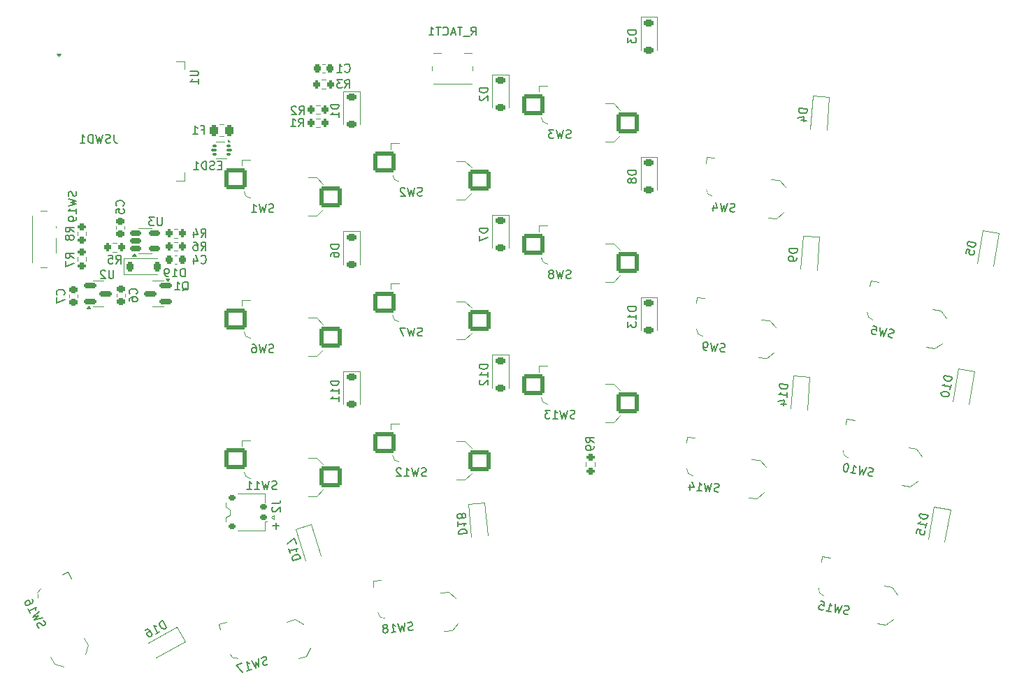
<source format=gbo>
G04 #@! TF.GenerationSoftware,KiCad,Pcbnew,8.0.4*
G04 #@! TF.CreationDate,2024-10-20T02:46:56-03:00*
G04 #@! TF.ProjectId,carpo_right,63617270-6f5f-4726-9967-68742e6b6963,rev?*
G04 #@! TF.SameCoordinates,PX7b6f01cPY41b54a0*
G04 #@! TF.FileFunction,Legend,Bot*
G04 #@! TF.FilePolarity,Positive*
%FSLAX46Y46*%
G04 Gerber Fmt 4.6, Leading zero omitted, Abs format (unit mm)*
G04 Created by KiCad (PCBNEW 8.0.4) date 2024-10-20 02:46:56*
%MOMM*%
%LPD*%
G01*
G04 APERTURE LIST*
G04 Aperture macros list*
%AMRoundRect*
0 Rectangle with rounded corners*
0 $1 Rounding radius*
0 $2 $3 $4 $5 $6 $7 $8 $9 X,Y pos of 4 corners*
0 Add a 4 corners polygon primitive as box body*
4,1,4,$2,$3,$4,$5,$6,$7,$8,$9,$2,$3,0*
0 Add four circle primitives for the rounded corners*
1,1,$1+$1,$2,$3*
1,1,$1+$1,$4,$5*
1,1,$1+$1,$6,$7*
1,1,$1+$1,$8,$9*
0 Add four rect primitives between the rounded corners*
20,1,$1+$1,$2,$3,$4,$5,0*
20,1,$1+$1,$4,$5,$6,$7,0*
20,1,$1+$1,$6,$7,$8,$9,0*
20,1,$1+$1,$8,$9,$2,$3,0*%
G04 Aperture macros list end*
%ADD10C,0.150000*%
%ADD11C,0.120000*%
%ADD12R,1.700000X1.700000*%
%ADD13O,1.700000X1.700000*%
%ADD14C,4.300000*%
%ADD15RoundRect,0.225000X-0.330232X0.286700X-0.408374X-0.156464X0.330232X-0.286700X0.408374X0.156464X0*%
%ADD16C,1.700000*%
%ADD17C,3.400000*%
%ADD18C,3.300000*%
%ADD19RoundRect,0.260000X1.065000X1.040000X-1.065000X1.040000X-1.065000X-1.040000X1.065000X-1.040000X0*%
%ADD20RoundRect,0.200000X-0.200000X-0.275000X0.200000X-0.275000X0.200000X0.275000X-0.200000X0.275000X0*%
%ADD21RoundRect,0.225000X-0.424398X0.105529X-0.292831X-0.324808X0.424398X-0.105529X0.292831X0.324808X0*%
%ADD22RoundRect,0.243750X-0.243750X-0.456250X0.243750X-0.456250X0.243750X0.456250X-0.243750X0.456250X0*%
%ADD23RoundRect,0.225000X-0.250000X0.225000X-0.250000X-0.225000X0.250000X-0.225000X0.250000X0.225000X0*%
%ADD24RoundRect,0.225000X-0.375000X0.225000X-0.375000X-0.225000X0.375000X-0.225000X0.375000X0.225000X0*%
%ADD25RoundRect,0.260000X1.134952X0.963176X-0.989859X1.111757X-1.134952X-0.963176X0.989859X-1.111757X0*%
%ADD26RoundRect,0.260000X1.229414X0.839265X-0.868226X1.209135X-1.229414X-0.839265X0.868226X-1.209135X0*%
%ADD27RoundRect,0.260000X0.970305X1.128863X-1.151589X0.943222X-0.970305X-1.128863X1.151589X-0.943222X0*%
%ADD28R,0.700000X1.524000*%
%ADD29R,1.524000X0.700000*%
%ADD30RoundRect,0.150000X-0.512500X-0.150000X0.512500X-0.150000X0.512500X0.150000X-0.512500X0.150000X0*%
%ADD31RoundRect,0.225000X-0.358391X0.250611X-0.389782X-0.198293X0.358391X-0.250611X0.389782X0.198293X0*%
%ADD32RoundRect,0.260000X1.425927X-0.427268X0.393282X1.435672X-1.425927X0.427268X-0.393282X-1.435672X0*%
%ADD33RoundRect,0.225000X0.225000X0.250000X-0.225000X0.250000X-0.225000X-0.250000X0.225000X-0.250000X0*%
%ADD34C,0.750000*%
%ADD35R,1.550000X1.000000*%
%ADD36RoundRect,0.225000X-0.225000X-0.375000X0.225000X-0.375000X0.225000X0.375000X-0.225000X0.375000X0*%
%ADD37RoundRect,0.200000X0.200000X0.275000X-0.200000X0.275000X-0.200000X-0.275000X0.200000X-0.275000X0*%
%ADD38R,0.800000X1.000000*%
%ADD39C,0.900000*%
%ADD40R,1.500000X0.700000*%
%ADD41RoundRect,0.200000X0.275000X-0.200000X0.275000X0.200000X-0.275000X0.200000X-0.275000X-0.200000X0*%
%ADD42RoundRect,0.260000X0.714398X1.305933X-1.322531X0.683181X-0.714398X-1.305933X1.322531X-0.683181X0*%
%ADD43RoundRect,0.225000X-0.225000X-0.250000X0.225000X-0.250000X0.225000X0.250000X-0.225000X0.250000X0*%
%ADD44RoundRect,0.150000X0.587500X0.150000X-0.587500X0.150000X-0.587500X-0.150000X0.587500X-0.150000X0*%
%ADD45RoundRect,0.225000X-0.393183X0.191460X-0.353963X-0.256827X0.393183X-0.191460X0.353963X0.256827X0*%
%ADD46R,0.540000X0.800000*%
%ADD47R,0.300000X0.800000*%
%ADD48O,1.000000X1.800000*%
%ADD49O,1.000000X2.200000*%
%ADD50RoundRect,0.150000X-0.587500X-0.150000X0.587500X-0.150000X0.587500X0.150000X-0.587500X0.150000X0*%
%ADD51RoundRect,0.093750X0.156250X0.093750X-0.156250X0.093750X-0.156250X-0.093750X0.156250X-0.093750X0*%
%ADD52RoundRect,0.075000X0.250000X0.075000X-0.250000X0.075000X-0.250000X-0.075000X0.250000X-0.075000X0*%
%ADD53RoundRect,0.225000X0.014986X0.437065X-0.378593X0.218900X-0.014986X-0.437065X0.378593X-0.218900X0*%
%ADD54RoundRect,0.150000X0.275000X-0.150000X0.275000X0.150000X-0.275000X0.150000X-0.275000X-0.150000X0*%
%ADD55RoundRect,0.175000X0.225000X-0.175000X0.225000X0.175000X-0.225000X0.175000X-0.225000X-0.175000X0*%
%ADD56RoundRect,0.200000X-0.275000X0.200000X-0.275000X-0.200000X0.275000X-0.200000X0.275000X0.200000X0*%
G04 APERTURE END LIST*
D10*
X-3019049Y-45873866D02*
X-3780953Y-45873866D01*
X-3400001Y-46254819D02*
X-3400001Y-45492914D01*
X-23009516Y1595181D02*
X-23009516Y880896D01*
X-23009516Y880896D02*
X-22961897Y738039D01*
X-22961897Y738039D02*
X-22866659Y642800D01*
X-22866659Y642800D02*
X-22723802Y595181D01*
X-22723802Y595181D02*
X-22628564Y595181D01*
X-23438088Y642800D02*
X-23580945Y595181D01*
X-23580945Y595181D02*
X-23819040Y595181D01*
X-23819040Y595181D02*
X-23914278Y642800D01*
X-23914278Y642800D02*
X-23961897Y690420D01*
X-23961897Y690420D02*
X-24009516Y785658D01*
X-24009516Y785658D02*
X-24009516Y880896D01*
X-24009516Y880896D02*
X-23961897Y976134D01*
X-23961897Y976134D02*
X-23914278Y1023753D01*
X-23914278Y1023753D02*
X-23819040Y1071372D01*
X-23819040Y1071372D02*
X-23628564Y1118991D01*
X-23628564Y1118991D02*
X-23533326Y1166610D01*
X-23533326Y1166610D02*
X-23485707Y1214229D01*
X-23485707Y1214229D02*
X-23438088Y1309467D01*
X-23438088Y1309467D02*
X-23438088Y1404705D01*
X-23438088Y1404705D02*
X-23485707Y1499943D01*
X-23485707Y1499943D02*
X-23533326Y1547562D01*
X-23533326Y1547562D02*
X-23628564Y1595181D01*
X-23628564Y1595181D02*
X-23866659Y1595181D01*
X-23866659Y1595181D02*
X-24009516Y1547562D01*
X-24342850Y1595181D02*
X-24580945Y595181D01*
X-24580945Y595181D02*
X-24771421Y1309467D01*
X-24771421Y1309467D02*
X-24961897Y595181D01*
X-24961897Y595181D02*
X-25199992Y1595181D01*
X-25580945Y595181D02*
X-25580945Y1595181D01*
X-25580945Y1595181D02*
X-25819040Y1595181D01*
X-25819040Y1595181D02*
X-25961897Y1547562D01*
X-25961897Y1547562D02*
X-26057135Y1452324D01*
X-26057135Y1452324D02*
X-26104754Y1357086D01*
X-26104754Y1357086D02*
X-26152373Y1166610D01*
X-26152373Y1166610D02*
X-26152373Y1023753D01*
X-26152373Y1023753D02*
X-26104754Y833277D01*
X-26104754Y833277D02*
X-26057135Y738039D01*
X-26057135Y738039D02*
X-25961897Y642800D01*
X-25961897Y642800D02*
X-25819040Y595181D01*
X-25819040Y595181D02*
X-25580945Y595181D01*
X-27104754Y595181D02*
X-26533326Y595181D01*
X-26819040Y595181D02*
X-26819040Y1595181D01*
X-26819040Y1595181D02*
X-26723802Y1452324D01*
X-26723802Y1452324D02*
X-26628564Y1357086D01*
X-26628564Y1357086D02*
X-26533326Y1309467D01*
X78543682Y-27817952D02*
X77558875Y-27644304D01*
X77558875Y-27644304D02*
X77517530Y-27878782D01*
X77517530Y-27878782D02*
X77539619Y-28027738D01*
X77539619Y-28027738D02*
X77616872Y-28138067D01*
X77616872Y-28138067D02*
X77702394Y-28201500D01*
X77702394Y-28201500D02*
X77881708Y-28281472D01*
X77881708Y-28281472D02*
X78022394Y-28306279D01*
X78022394Y-28306279D02*
X78218246Y-28292459D01*
X78218246Y-28292459D02*
X78320306Y-28262101D01*
X78320306Y-28262101D02*
X78430635Y-28184848D01*
X78430635Y-28184848D02*
X78502338Y-28052430D01*
X78502338Y-28052430D02*
X78543682Y-27817952D01*
X78279076Y-29318611D02*
X78378303Y-28755864D01*
X78328689Y-29037238D02*
X77343882Y-28863590D01*
X77343882Y-28863590D02*
X77501106Y-28794605D01*
X77501106Y-28794605D02*
X77611435Y-28717352D01*
X77611435Y-28717352D02*
X77674869Y-28631830D01*
X77186771Y-29754606D02*
X77170233Y-29848397D01*
X77170233Y-29848397D02*
X77200591Y-29950458D01*
X77200591Y-29950458D02*
X77239218Y-30005622D01*
X77239218Y-30005622D02*
X77324740Y-30069056D01*
X77324740Y-30069056D02*
X77504053Y-30149027D01*
X77504053Y-30149027D02*
X77738532Y-30190372D01*
X77738532Y-30190372D02*
X77934383Y-30176552D01*
X77934383Y-30176552D02*
X78036443Y-30146194D01*
X78036443Y-30146194D02*
X78091608Y-30107568D01*
X78091608Y-30107568D02*
X78155041Y-30022046D01*
X78155041Y-30022046D02*
X78171579Y-29928254D01*
X78171579Y-29928254D02*
X78141221Y-29826194D01*
X78141221Y-29826194D02*
X78102595Y-29771030D01*
X78102595Y-29771030D02*
X78017073Y-29707596D01*
X78017073Y-29707596D02*
X77837759Y-29627625D01*
X77837759Y-29627625D02*
X77603281Y-29586280D01*
X77603281Y-29586280D02*
X77407430Y-29600100D01*
X77407430Y-29600100D02*
X77305369Y-29630457D01*
X77305369Y-29630457D02*
X77250205Y-29669084D01*
X77250205Y-29669084D02*
X77186771Y-29754606D01*
X14809523Y-39807200D02*
X14666666Y-39854819D01*
X14666666Y-39854819D02*
X14428571Y-39854819D01*
X14428571Y-39854819D02*
X14333333Y-39807200D01*
X14333333Y-39807200D02*
X14285714Y-39759580D01*
X14285714Y-39759580D02*
X14238095Y-39664342D01*
X14238095Y-39664342D02*
X14238095Y-39569104D01*
X14238095Y-39569104D02*
X14285714Y-39473866D01*
X14285714Y-39473866D02*
X14333333Y-39426247D01*
X14333333Y-39426247D02*
X14428571Y-39378628D01*
X14428571Y-39378628D02*
X14619047Y-39331009D01*
X14619047Y-39331009D02*
X14714285Y-39283390D01*
X14714285Y-39283390D02*
X14761904Y-39235771D01*
X14761904Y-39235771D02*
X14809523Y-39140533D01*
X14809523Y-39140533D02*
X14809523Y-39045295D01*
X14809523Y-39045295D02*
X14761904Y-38950057D01*
X14761904Y-38950057D02*
X14714285Y-38902438D01*
X14714285Y-38902438D02*
X14619047Y-38854819D01*
X14619047Y-38854819D02*
X14380952Y-38854819D01*
X14380952Y-38854819D02*
X14238095Y-38902438D01*
X13904761Y-38854819D02*
X13666666Y-39854819D01*
X13666666Y-39854819D02*
X13476190Y-39140533D01*
X13476190Y-39140533D02*
X13285714Y-39854819D01*
X13285714Y-39854819D02*
X13047619Y-38854819D01*
X12142857Y-39854819D02*
X12714285Y-39854819D01*
X12428571Y-39854819D02*
X12428571Y-38854819D01*
X12428571Y-38854819D02*
X12523809Y-38997676D01*
X12523809Y-38997676D02*
X12619047Y-39092914D01*
X12619047Y-39092914D02*
X12714285Y-39140533D01*
X11761904Y-38950057D02*
X11714285Y-38902438D01*
X11714285Y-38902438D02*
X11619047Y-38854819D01*
X11619047Y-38854819D02*
X11380952Y-38854819D01*
X11380952Y-38854819D02*
X11285714Y-38902438D01*
X11285714Y-38902438D02*
X11238095Y-38950057D01*
X11238095Y-38950057D02*
X11190476Y-39045295D01*
X11190476Y-39045295D02*
X11190476Y-39140533D01*
X11190476Y-39140533D02*
X11238095Y-39283390D01*
X11238095Y-39283390D02*
X11809523Y-39854819D01*
X11809523Y-39854819D02*
X11190476Y-39854819D01*
X-633334Y2545181D02*
X-300001Y3021372D01*
X-61906Y2545181D02*
X-61906Y3545181D01*
X-61906Y3545181D02*
X-442858Y3545181D01*
X-442858Y3545181D02*
X-538096Y3497562D01*
X-538096Y3497562D02*
X-585715Y3449943D01*
X-585715Y3449943D02*
X-633334Y3354705D01*
X-633334Y3354705D02*
X-633334Y3211848D01*
X-633334Y3211848D02*
X-585715Y3116610D01*
X-585715Y3116610D02*
X-538096Y3068991D01*
X-538096Y3068991D02*
X-442858Y3021372D01*
X-442858Y3021372D02*
X-61906Y3021372D01*
X-1585715Y2545181D02*
X-1014287Y2545181D01*
X-1300001Y2545181D02*
X-1300001Y3545181D01*
X-1300001Y3545181D02*
X-1204763Y3402324D01*
X-1204763Y3402324D02*
X-1109525Y3307086D01*
X-1109525Y3307086D02*
X-1014287Y3259467D01*
X-1359781Y-50079820D02*
X-403477Y-49787448D01*
X-403477Y-49787448D02*
X-473089Y-49559757D01*
X-473089Y-49559757D02*
X-560395Y-49437064D01*
X-560395Y-49437064D02*
X-679316Y-49373832D01*
X-679316Y-49373832D02*
X-784315Y-49356139D01*
X-784315Y-49356139D02*
X-980391Y-49366291D01*
X-980391Y-49366291D02*
X-1117006Y-49408058D01*
X-1117006Y-49408058D02*
X-1285237Y-49509286D01*
X-1285237Y-49509286D02*
X-1362391Y-49582669D01*
X-1362391Y-49582669D02*
X-1425623Y-49701591D01*
X-1425623Y-49701591D02*
X-1429394Y-49852128D01*
X-1429394Y-49852128D02*
X-1359781Y-50079820D01*
X-1805300Y-48622594D02*
X-1638231Y-49169054D01*
X-1721765Y-48895824D02*
X-765461Y-48603452D01*
X-765461Y-48603452D02*
X-874231Y-48736296D01*
X-874231Y-48736296D02*
X-937462Y-48855217D01*
X-937462Y-48855217D02*
X-955156Y-48960217D01*
X-946453Y-48011454D02*
X-1141367Y-47373917D01*
X-1141367Y-47373917D02*
X-1972370Y-48076134D01*
X-12396199Y2168991D02*
X-12062866Y2168991D01*
X-12062866Y1645181D02*
X-12062866Y2645181D01*
X-12062866Y2645181D02*
X-12539056Y2645181D01*
X-13443818Y1645181D02*
X-12872390Y1645181D01*
X-13158104Y1645181D02*
X-13158104Y2645181D01*
X-13158104Y2645181D02*
X-13062866Y2502324D01*
X-13062866Y2502324D02*
X-12967628Y2407086D01*
X-12967628Y2407086D02*
X-12872390Y2359467D01*
X-3666668Y-7807200D02*
X-3809525Y-7854819D01*
X-3809525Y-7854819D02*
X-4047620Y-7854819D01*
X-4047620Y-7854819D02*
X-4142858Y-7807200D01*
X-4142858Y-7807200D02*
X-4190477Y-7759580D01*
X-4190477Y-7759580D02*
X-4238096Y-7664342D01*
X-4238096Y-7664342D02*
X-4238096Y-7569104D01*
X-4238096Y-7569104D02*
X-4190477Y-7473866D01*
X-4190477Y-7473866D02*
X-4142858Y-7426247D01*
X-4142858Y-7426247D02*
X-4047620Y-7378628D01*
X-4047620Y-7378628D02*
X-3857144Y-7331009D01*
X-3857144Y-7331009D02*
X-3761906Y-7283390D01*
X-3761906Y-7283390D02*
X-3714287Y-7235771D01*
X-3714287Y-7235771D02*
X-3666668Y-7140533D01*
X-3666668Y-7140533D02*
X-3666668Y-7045295D01*
X-3666668Y-7045295D02*
X-3714287Y-6950057D01*
X-3714287Y-6950057D02*
X-3761906Y-6902438D01*
X-3761906Y-6902438D02*
X-3857144Y-6854819D01*
X-3857144Y-6854819D02*
X-4095239Y-6854819D01*
X-4095239Y-6854819D02*
X-4238096Y-6902438D01*
X-4571430Y-6854819D02*
X-4809525Y-7854819D01*
X-4809525Y-7854819D02*
X-5000001Y-7140533D01*
X-5000001Y-7140533D02*
X-5190477Y-7854819D01*
X-5190477Y-7854819D02*
X-5428572Y-6854819D01*
X-6333334Y-7854819D02*
X-5761906Y-7854819D01*
X-6047620Y-7854819D02*
X-6047620Y-6854819D01*
X-6047620Y-6854819D02*
X-5952382Y-6997676D01*
X-5952382Y-6997676D02*
X-5857144Y-7092914D01*
X-5857144Y-7092914D02*
X-5761906Y-7140533D01*
X-3290477Y-41407200D02*
X-3433334Y-41454819D01*
X-3433334Y-41454819D02*
X-3671429Y-41454819D01*
X-3671429Y-41454819D02*
X-3766667Y-41407200D01*
X-3766667Y-41407200D02*
X-3814286Y-41359580D01*
X-3814286Y-41359580D02*
X-3861905Y-41264342D01*
X-3861905Y-41264342D02*
X-3861905Y-41169104D01*
X-3861905Y-41169104D02*
X-3814286Y-41073866D01*
X-3814286Y-41073866D02*
X-3766667Y-41026247D01*
X-3766667Y-41026247D02*
X-3671429Y-40978628D01*
X-3671429Y-40978628D02*
X-3480953Y-40931009D01*
X-3480953Y-40931009D02*
X-3385715Y-40883390D01*
X-3385715Y-40883390D02*
X-3338096Y-40835771D01*
X-3338096Y-40835771D02*
X-3290477Y-40740533D01*
X-3290477Y-40740533D02*
X-3290477Y-40645295D01*
X-3290477Y-40645295D02*
X-3338096Y-40550057D01*
X-3338096Y-40550057D02*
X-3385715Y-40502438D01*
X-3385715Y-40502438D02*
X-3480953Y-40454819D01*
X-3480953Y-40454819D02*
X-3719048Y-40454819D01*
X-3719048Y-40454819D02*
X-3861905Y-40502438D01*
X-4195239Y-40454819D02*
X-4433334Y-41454819D01*
X-4433334Y-41454819D02*
X-4623810Y-40740533D01*
X-4623810Y-40740533D02*
X-4814286Y-41454819D01*
X-4814286Y-41454819D02*
X-5052381Y-40454819D01*
X-5957143Y-41454819D02*
X-5385715Y-41454819D01*
X-5671429Y-41454819D02*
X-5671429Y-40454819D01*
X-5671429Y-40454819D02*
X-5576191Y-40597676D01*
X-5576191Y-40597676D02*
X-5480953Y-40692914D01*
X-5480953Y-40692914D02*
X-5385715Y-40740533D01*
X-6909524Y-41454819D02*
X-6338096Y-41454819D01*
X-6623810Y-41454819D02*
X-6623810Y-40454819D01*
X-6623810Y-40454819D02*
X-6528572Y-40597676D01*
X-6528572Y-40597676D02*
X-6433334Y-40692914D01*
X-6433334Y-40692914D02*
X-6338096Y-40740533D01*
X-21869952Y-7033333D02*
X-21822332Y-6985714D01*
X-21822332Y-6985714D02*
X-21774713Y-6842857D01*
X-21774713Y-6842857D02*
X-21774713Y-6747619D01*
X-21774713Y-6747619D02*
X-21822332Y-6604762D01*
X-21822332Y-6604762D02*
X-21917571Y-6509524D01*
X-21917571Y-6509524D02*
X-22012809Y-6461905D01*
X-22012809Y-6461905D02*
X-22203285Y-6414286D01*
X-22203285Y-6414286D02*
X-22346142Y-6414286D01*
X-22346142Y-6414286D02*
X-22536618Y-6461905D01*
X-22536618Y-6461905D02*
X-22631856Y-6509524D01*
X-22631856Y-6509524D02*
X-22727094Y-6604762D01*
X-22727094Y-6604762D02*
X-22774713Y-6747619D01*
X-22774713Y-6747619D02*
X-22774713Y-6842857D01*
X-22774713Y-6842857D02*
X-22727094Y-6985714D01*
X-22727094Y-6985714D02*
X-22679475Y-7033333D01*
X-22774713Y-7938095D02*
X-22774713Y-7461905D01*
X-22774713Y-7461905D02*
X-22298523Y-7414286D01*
X-22298523Y-7414286D02*
X-22346142Y-7461905D01*
X-22346142Y-7461905D02*
X-22393761Y-7557143D01*
X-22393761Y-7557143D02*
X-22393761Y-7795238D01*
X-22393761Y-7795238D02*
X-22346142Y-7890476D01*
X-22346142Y-7890476D02*
X-22298523Y-7938095D01*
X-22298523Y-7938095D02*
X-22203285Y-7985714D01*
X-22203285Y-7985714D02*
X-21965190Y-7985714D01*
X-21965190Y-7985714D02*
X-21869952Y-7938095D01*
X-21869952Y-7938095D02*
X-21822332Y-7890476D01*
X-21822332Y-7890476D02*
X-21774713Y-7795238D01*
X-21774713Y-7795238D02*
X-21774713Y-7557143D01*
X-21774713Y-7557143D02*
X-21822332Y-7461905D01*
X-21822332Y-7461905D02*
X-21869952Y-7414286D01*
X75591663Y-44559684D02*
X74606856Y-44386036D01*
X74606856Y-44386036D02*
X74565511Y-44620514D01*
X74565511Y-44620514D02*
X74587600Y-44769470D01*
X74587600Y-44769470D02*
X74664853Y-44879799D01*
X74664853Y-44879799D02*
X74750375Y-44943232D01*
X74750375Y-44943232D02*
X74929689Y-45023204D01*
X74929689Y-45023204D02*
X75070375Y-45048011D01*
X75070375Y-45048011D02*
X75266227Y-45034191D01*
X75266227Y-45034191D02*
X75368287Y-45003833D01*
X75368287Y-45003833D02*
X75478616Y-44926580D01*
X75478616Y-44926580D02*
X75550319Y-44794162D01*
X75550319Y-44794162D02*
X75591663Y-44559684D01*
X75327057Y-46060343D02*
X75426284Y-45497596D01*
X75376670Y-45778970D02*
X74391863Y-45605322D01*
X74391863Y-45605322D02*
X74549087Y-45536337D01*
X74549087Y-45536337D02*
X74659416Y-45459084D01*
X74659416Y-45459084D02*
X74722850Y-45373562D01*
X74185139Y-46777712D02*
X74267828Y-46308756D01*
X74267828Y-46308756D02*
X74745053Y-46344550D01*
X74745053Y-46344550D02*
X74689889Y-46383176D01*
X74689889Y-46383176D02*
X74626455Y-46468699D01*
X74626455Y-46468699D02*
X74585110Y-46703177D01*
X74585110Y-46703177D02*
X74615468Y-46805237D01*
X74615468Y-46805237D02*
X74654095Y-46860401D01*
X74654095Y-46860401D02*
X74739617Y-46923835D01*
X74739617Y-46923835D02*
X74974095Y-46965180D01*
X74974095Y-46965180D02*
X75076155Y-46934822D01*
X75076155Y-46934822D02*
X75131320Y-46896195D01*
X75131320Y-46896195D02*
X75194753Y-46810673D01*
X75194753Y-46810673D02*
X75236098Y-46576195D01*
X75236098Y-46576195D02*
X75205740Y-46474135D01*
X75205740Y-46474135D02*
X75167114Y-46418970D01*
X22255346Y-26286364D02*
X21255346Y-26286364D01*
X21255346Y-26286364D02*
X21255346Y-26524459D01*
X21255346Y-26524459D02*
X21302965Y-26667316D01*
X21302965Y-26667316D02*
X21398203Y-26762554D01*
X21398203Y-26762554D02*
X21493441Y-26810173D01*
X21493441Y-26810173D02*
X21683917Y-26857792D01*
X21683917Y-26857792D02*
X21826774Y-26857792D01*
X21826774Y-26857792D02*
X22017250Y-26810173D01*
X22017250Y-26810173D02*
X22112488Y-26762554D01*
X22112488Y-26762554D02*
X22207727Y-26667316D01*
X22207727Y-26667316D02*
X22255346Y-26524459D01*
X22255346Y-26524459D02*
X22255346Y-26286364D01*
X22255346Y-27810173D02*
X22255346Y-27238745D01*
X22255346Y-27524459D02*
X21255346Y-27524459D01*
X21255346Y-27524459D02*
X21398203Y-27429221D01*
X21398203Y-27429221D02*
X21493441Y-27333983D01*
X21493441Y-27333983D02*
X21541060Y-27238745D01*
X21350584Y-28191126D02*
X21302965Y-28238745D01*
X21302965Y-28238745D02*
X21255346Y-28333983D01*
X21255346Y-28333983D02*
X21255346Y-28572078D01*
X21255346Y-28572078D02*
X21302965Y-28667316D01*
X21302965Y-28667316D02*
X21350584Y-28714935D01*
X21350584Y-28714935D02*
X21445822Y-28762554D01*
X21445822Y-28762554D02*
X21541060Y-28762554D01*
X21541060Y-28762554D02*
X21683917Y-28714935D01*
X21683917Y-28714935D02*
X22255346Y-28143507D01*
X22255346Y-28143507D02*
X22255346Y-28762554D01*
X40255346Y-19286364D02*
X39255346Y-19286364D01*
X39255346Y-19286364D02*
X39255346Y-19524459D01*
X39255346Y-19524459D02*
X39302965Y-19667316D01*
X39302965Y-19667316D02*
X39398203Y-19762554D01*
X39398203Y-19762554D02*
X39493441Y-19810173D01*
X39493441Y-19810173D02*
X39683917Y-19857792D01*
X39683917Y-19857792D02*
X39826774Y-19857792D01*
X39826774Y-19857792D02*
X40017250Y-19810173D01*
X40017250Y-19810173D02*
X40112488Y-19762554D01*
X40112488Y-19762554D02*
X40207727Y-19667316D01*
X40207727Y-19667316D02*
X40255346Y-19524459D01*
X40255346Y-19524459D02*
X40255346Y-19286364D01*
X40255346Y-20810173D02*
X40255346Y-20238745D01*
X40255346Y-20524459D02*
X39255346Y-20524459D01*
X39255346Y-20524459D02*
X39398203Y-20429221D01*
X39398203Y-20429221D02*
X39493441Y-20333983D01*
X39493441Y-20333983D02*
X39541060Y-20238745D01*
X39255346Y-21143507D02*
X39255346Y-21762554D01*
X39255346Y-21762554D02*
X39636298Y-21429221D01*
X39636298Y-21429221D02*
X39636298Y-21572078D01*
X39636298Y-21572078D02*
X39683917Y-21667316D01*
X39683917Y-21667316D02*
X39731536Y-21714935D01*
X39731536Y-21714935D02*
X39826774Y-21762554D01*
X39826774Y-21762554D02*
X40064869Y-21762554D01*
X40064869Y-21762554D02*
X40160107Y-21714935D01*
X40160107Y-21714935D02*
X40207727Y-21667316D01*
X40207727Y-21667316D02*
X40255346Y-21572078D01*
X40255346Y-21572078D02*
X40255346Y-21286364D01*
X40255346Y-21286364D02*
X40207727Y-21191126D01*
X40207727Y-21191126D02*
X40160107Y-21143507D01*
X52146010Y-7763743D02*
X52000179Y-7801281D01*
X52000179Y-7801281D02*
X51762663Y-7784672D01*
X51762663Y-7784672D02*
X51670979Y-7730526D01*
X51670979Y-7730526D02*
X51626798Y-7679701D01*
X51626798Y-7679701D02*
X51585938Y-7581373D01*
X51585938Y-7581373D02*
X51592582Y-7486367D01*
X51592582Y-7486367D02*
X51646728Y-7394683D01*
X51646728Y-7394683D02*
X51697553Y-7350501D01*
X51697553Y-7350501D02*
X51795881Y-7309642D01*
X51795881Y-7309642D02*
X51989215Y-7275426D01*
X51989215Y-7275426D02*
X52087543Y-7234566D01*
X52087543Y-7234566D02*
X52138367Y-7190385D01*
X52138367Y-7190385D02*
X52192514Y-7098700D01*
X52192514Y-7098700D02*
X52199157Y-7003694D01*
X52199157Y-7003694D02*
X52158298Y-6905367D01*
X52158298Y-6905367D02*
X52114116Y-6854542D01*
X52114116Y-6854542D02*
X52022432Y-6800395D01*
X52022432Y-6800395D02*
X51784917Y-6783787D01*
X51784917Y-6783787D02*
X51639086Y-6821324D01*
X51309886Y-6750569D02*
X51002615Y-7731525D01*
X51002615Y-7731525D02*
X50862428Y-7005692D01*
X50862428Y-7005692D02*
X50622590Y-7704951D01*
X50622590Y-7704951D02*
X50454831Y-6690778D01*
X49624028Y-6966830D02*
X49577523Y-7631872D01*
X49888117Y-6603414D02*
X50075806Y-7332568D01*
X50075806Y-7332568D02*
X49458266Y-7289386D01*
X68863109Y-39840422D02*
X68714153Y-39862510D01*
X68714153Y-39862510D02*
X68479675Y-39821166D01*
X68479675Y-39821166D02*
X68394153Y-39757732D01*
X68394153Y-39757732D02*
X68355526Y-39702568D01*
X68355526Y-39702568D02*
X68325169Y-39600507D01*
X68325169Y-39600507D02*
X68341707Y-39506716D01*
X68341707Y-39506716D02*
X68405140Y-39421194D01*
X68405140Y-39421194D02*
X68460305Y-39382567D01*
X68460305Y-39382567D02*
X68562365Y-39352210D01*
X68562365Y-39352210D02*
X68758216Y-39338390D01*
X68758216Y-39338390D02*
X68860276Y-39308032D01*
X68860276Y-39308032D02*
X68915441Y-39269405D01*
X68915441Y-39269405D02*
X68978874Y-39183883D01*
X68978874Y-39183883D02*
X68995412Y-39090092D01*
X68995412Y-39090092D02*
X68965055Y-38988032D01*
X68965055Y-38988032D02*
X68926428Y-38932867D01*
X68926428Y-38932867D02*
X68840906Y-38869434D01*
X68840906Y-38869434D02*
X68606428Y-38828089D01*
X68606428Y-38828089D02*
X68457472Y-38850178D01*
X68137472Y-38745399D02*
X67729345Y-39688862D01*
X67729345Y-39688862D02*
X67665797Y-38952352D01*
X67665797Y-38952352D02*
X67354181Y-39622711D01*
X67354181Y-39622711D02*
X67293351Y-38596558D01*
X66228686Y-39424256D02*
X66791433Y-39523483D01*
X66510060Y-39473869D02*
X66683708Y-38489062D01*
X66683708Y-38489062D02*
X66752692Y-38646286D01*
X66752692Y-38646286D02*
X66829946Y-38756615D01*
X66829946Y-38756615D02*
X66915468Y-38820049D01*
X65792691Y-38331951D02*
X65698900Y-38315413D01*
X65698900Y-38315413D02*
X65596840Y-38345771D01*
X65596840Y-38345771D02*
X65541675Y-38384398D01*
X65541675Y-38384398D02*
X65478242Y-38469920D01*
X65478242Y-38469920D02*
X65398270Y-38649233D01*
X65398270Y-38649233D02*
X65356926Y-38883711D01*
X65356926Y-38883711D02*
X65370745Y-39079563D01*
X65370745Y-39079563D02*
X65401103Y-39181623D01*
X65401103Y-39181623D02*
X65439730Y-39236788D01*
X65439730Y-39236788D02*
X65525252Y-39300221D01*
X65525252Y-39300221D02*
X65619043Y-39316759D01*
X65619043Y-39316759D02*
X65721103Y-39286401D01*
X65721103Y-39286401D02*
X65776268Y-39247775D01*
X65776268Y-39247775D02*
X65839701Y-39162252D01*
X65839701Y-39162252D02*
X65919673Y-38982939D01*
X65919673Y-38982939D02*
X65961018Y-38748461D01*
X65961018Y-38748461D02*
X65947198Y-38552610D01*
X65947198Y-38552610D02*
X65916840Y-38450549D01*
X65916840Y-38450549D02*
X65878214Y-38395385D01*
X65878214Y-38395385D02*
X65792691Y-38331951D01*
X13220098Y-58500279D02*
X13081935Y-58560167D01*
X13081935Y-58560167D02*
X12844746Y-58580919D01*
X12844746Y-58580919D02*
X12745720Y-58541781D01*
X12745720Y-58541781D02*
X12694132Y-58498494D01*
X12694132Y-58498494D02*
X12638393Y-58407768D01*
X12638393Y-58407768D02*
X12630093Y-58312893D01*
X12630093Y-58312893D02*
X12669230Y-58213867D01*
X12669230Y-58213867D02*
X12712518Y-58162279D01*
X12712518Y-58162279D02*
X12803243Y-58106540D01*
X12803243Y-58106540D02*
X12988844Y-58042501D01*
X12988844Y-58042501D02*
X13079570Y-57986763D01*
X13079570Y-57986763D02*
X13122857Y-57935175D01*
X13122857Y-57935175D02*
X13161995Y-57836149D01*
X13161995Y-57836149D02*
X13153694Y-57741273D01*
X13153694Y-57741273D02*
X13097956Y-57650548D01*
X13097956Y-57650548D02*
X13046367Y-57607260D01*
X13046367Y-57607260D02*
X12947342Y-57568123D01*
X12947342Y-57568123D02*
X12710152Y-57588874D01*
X12710152Y-57588874D02*
X12571989Y-57648763D01*
X12235774Y-57630377D02*
X12085740Y-58647323D01*
X12085740Y-58647323D02*
X11833735Y-57952356D01*
X11833735Y-57952356D02*
X11706238Y-58680525D01*
X11706238Y-58680525D02*
X11381893Y-57705082D01*
X10567730Y-58780132D02*
X11136984Y-58730328D01*
X10852357Y-58755230D02*
X10765201Y-57759035D01*
X10765201Y-57759035D02*
X10872527Y-57893048D01*
X10872527Y-57893048D02*
X10975704Y-57979624D01*
X10975704Y-57979624D02*
X11074730Y-58018761D01*
X9948672Y-58260681D02*
X10039397Y-58204943D01*
X10039397Y-58204943D02*
X10082685Y-58153354D01*
X10082685Y-58153354D02*
X10121822Y-58054328D01*
X10121822Y-58054328D02*
X10117672Y-58006891D01*
X10117672Y-58006891D02*
X10061934Y-57916165D01*
X10061934Y-57916165D02*
X10010346Y-57872878D01*
X10010346Y-57872878D02*
X9911320Y-57833740D01*
X9911320Y-57833740D02*
X9721568Y-57850341D01*
X9721568Y-57850341D02*
X9630843Y-57906080D01*
X9630843Y-57906080D02*
X9587555Y-57957668D01*
X9587555Y-57957668D02*
X9548418Y-58056694D01*
X9548418Y-58056694D02*
X9552568Y-58104132D01*
X9552568Y-58104132D02*
X9608307Y-58194857D01*
X9608307Y-58194857D02*
X9659895Y-58238145D01*
X9659895Y-58238145D02*
X9758921Y-58277282D01*
X9758921Y-58277282D02*
X9948672Y-58260681D01*
X9948672Y-58260681D02*
X10047698Y-58299818D01*
X10047698Y-58299818D02*
X10099286Y-58343106D01*
X10099286Y-58343106D02*
X10155025Y-58433831D01*
X10155025Y-58433831D02*
X10171626Y-58623583D01*
X10171626Y-58623583D02*
X10132488Y-58722609D01*
X10132488Y-58722609D02*
X10089201Y-58774197D01*
X10089201Y-58774197D02*
X9998475Y-58829935D01*
X9998475Y-58829935D02*
X9808724Y-58846536D01*
X9808724Y-58846536D02*
X9709698Y-58807399D01*
X9709698Y-58807399D02*
X9658110Y-58764111D01*
X9658110Y-58764111D02*
X9602372Y-58673386D01*
X9602372Y-58673386D02*
X9585770Y-58483634D01*
X9585770Y-58483634D02*
X9624908Y-58384609D01*
X9624908Y-58384609D02*
X9668195Y-58333020D01*
X9668195Y-58333020D02*
X9758921Y-58277282D01*
X14333332Y-5807201D02*
X14190475Y-5854820D01*
X14190475Y-5854820D02*
X13952380Y-5854820D01*
X13952380Y-5854820D02*
X13857142Y-5807201D01*
X13857142Y-5807201D02*
X13809523Y-5759581D01*
X13809523Y-5759581D02*
X13761904Y-5664343D01*
X13761904Y-5664343D02*
X13761904Y-5569105D01*
X13761904Y-5569105D02*
X13809523Y-5473867D01*
X13809523Y-5473867D02*
X13857142Y-5426248D01*
X13857142Y-5426248D02*
X13952380Y-5378629D01*
X13952380Y-5378629D02*
X14142856Y-5331010D01*
X14142856Y-5331010D02*
X14238094Y-5283391D01*
X14238094Y-5283391D02*
X14285713Y-5235772D01*
X14285713Y-5235772D02*
X14333332Y-5140534D01*
X14333332Y-5140534D02*
X14333332Y-5045296D01*
X14333332Y-5045296D02*
X14285713Y-4950058D01*
X14285713Y-4950058D02*
X14238094Y-4902439D01*
X14238094Y-4902439D02*
X14142856Y-4854820D01*
X14142856Y-4854820D02*
X13904761Y-4854820D01*
X13904761Y-4854820D02*
X13761904Y-4902439D01*
X13428570Y-4854820D02*
X13190475Y-5854820D01*
X13190475Y-5854820D02*
X12999999Y-5140534D01*
X12999999Y-5140534D02*
X12809523Y-5854820D01*
X12809523Y-5854820D02*
X12571428Y-4854820D01*
X12238094Y-4950058D02*
X12190475Y-4902439D01*
X12190475Y-4902439D02*
X12095237Y-4854820D01*
X12095237Y-4854820D02*
X11857142Y-4854820D01*
X11857142Y-4854820D02*
X11761904Y-4902439D01*
X11761904Y-4902439D02*
X11714285Y-4950058D01*
X11714285Y-4950058D02*
X11666666Y-5045296D01*
X11666666Y-5045296D02*
X11666666Y-5140534D01*
X11666666Y-5140534D02*
X11714285Y-5283391D01*
X11714285Y-5283391D02*
X12285713Y-5854820D01*
X12285713Y-5854820D02*
X11666666Y-5854820D01*
X-13795181Y9311905D02*
X-12985658Y9311905D01*
X-12985658Y9311905D02*
X-12890420Y9264286D01*
X-12890420Y9264286D02*
X-12842800Y9216667D01*
X-12842800Y9216667D02*
X-12795181Y9121429D01*
X-12795181Y9121429D02*
X-12795181Y8930953D01*
X-12795181Y8930953D02*
X-12842800Y8835715D01*
X-12842800Y8835715D02*
X-12890420Y8788096D01*
X-12890420Y8788096D02*
X-12985658Y8740477D01*
X-12985658Y8740477D02*
X-13795181Y8740477D01*
X-12795181Y7740477D02*
X-12795181Y8311905D01*
X-12795181Y8026191D02*
X-13795181Y8026191D01*
X-13795181Y8026191D02*
X-13652324Y8121429D01*
X-13652324Y8121429D02*
X-13557086Y8216667D01*
X-13557086Y8216667D02*
X-13509467Y8311905D01*
X4255346Y-11762555D02*
X3255346Y-11762555D01*
X3255346Y-11762555D02*
X3255346Y-12000650D01*
X3255346Y-12000650D02*
X3302965Y-12143507D01*
X3302965Y-12143507D02*
X3398203Y-12238745D01*
X3398203Y-12238745D02*
X3493441Y-12286364D01*
X3493441Y-12286364D02*
X3683917Y-12333983D01*
X3683917Y-12333983D02*
X3826774Y-12333983D01*
X3826774Y-12333983D02*
X4017250Y-12286364D01*
X4017250Y-12286364D02*
X4112488Y-12238745D01*
X4112488Y-12238745D02*
X4207727Y-12143507D01*
X4207727Y-12143507D02*
X4255346Y-12000650D01*
X4255346Y-12000650D02*
X4255346Y-11762555D01*
X3255346Y-13191126D02*
X3255346Y-13000650D01*
X3255346Y-13000650D02*
X3302965Y-12905412D01*
X3302965Y-12905412D02*
X3350584Y-12857793D01*
X3350584Y-12857793D02*
X3493441Y-12762555D01*
X3493441Y-12762555D02*
X3683917Y-12714936D01*
X3683917Y-12714936D02*
X4064869Y-12714936D01*
X4064869Y-12714936D02*
X4160107Y-12762555D01*
X4160107Y-12762555D02*
X4207727Y-12810174D01*
X4207727Y-12810174D02*
X4255346Y-12905412D01*
X4255346Y-12905412D02*
X4255346Y-13095888D01*
X4255346Y-13095888D02*
X4207727Y-13191126D01*
X4207727Y-13191126D02*
X4160107Y-13238745D01*
X4160107Y-13238745D02*
X4064869Y-13286364D01*
X4064869Y-13286364D02*
X3826774Y-13286364D01*
X3826774Y-13286364D02*
X3731536Y-13238745D01*
X3731536Y-13238745D02*
X3683917Y-13191126D01*
X3683917Y-13191126D02*
X3636298Y-13095888D01*
X3636298Y-13095888D02*
X3636298Y-12905412D01*
X3636298Y-12905412D02*
X3683917Y-12810174D01*
X3683917Y-12810174D02*
X3731536Y-12762555D01*
X3731536Y-12762555D02*
X3826774Y-12714936D01*
X50249321Y-41714138D02*
X50103490Y-41751675D01*
X50103490Y-41751675D02*
X49865974Y-41735067D01*
X49865974Y-41735067D02*
X49774290Y-41680920D01*
X49774290Y-41680920D02*
X49730109Y-41630095D01*
X49730109Y-41630095D02*
X49689249Y-41531768D01*
X49689249Y-41531768D02*
X49695893Y-41436761D01*
X49695893Y-41436761D02*
X49750039Y-41345077D01*
X49750039Y-41345077D02*
X49800864Y-41300896D01*
X49800864Y-41300896D02*
X49899192Y-41260036D01*
X49899192Y-41260036D02*
X50092526Y-41225820D01*
X50092526Y-41225820D02*
X50190854Y-41184961D01*
X50190854Y-41184961D02*
X50241678Y-41140779D01*
X50241678Y-41140779D02*
X50295825Y-41049095D01*
X50295825Y-41049095D02*
X50302468Y-40954089D01*
X50302468Y-40954089D02*
X50261609Y-40855761D01*
X50261609Y-40855761D02*
X50217427Y-40804936D01*
X50217427Y-40804936D02*
X50125743Y-40750790D01*
X50125743Y-40750790D02*
X49888228Y-40734181D01*
X49888228Y-40734181D02*
X49742397Y-40771719D01*
X49413197Y-40700964D02*
X49105926Y-41681919D01*
X49105926Y-41681919D02*
X48965739Y-40956086D01*
X48965739Y-40956086D02*
X48725901Y-41655345D01*
X48725901Y-41655345D02*
X48558142Y-40641172D01*
X47585828Y-41575623D02*
X48155865Y-41615484D01*
X47870846Y-41595554D02*
X47940603Y-40597990D01*
X47940603Y-40597990D02*
X48025644Y-40747142D01*
X48025644Y-40747142D02*
X48114006Y-40848792D01*
X48114006Y-40848792D02*
X48205691Y-40902938D01*
X46777277Y-40850789D02*
X46730773Y-41515832D01*
X47041367Y-40487374D02*
X47229056Y-41216528D01*
X47229056Y-41216528D02*
X46611516Y-41173346D01*
X4255346Y-28286364D02*
X3255346Y-28286364D01*
X3255346Y-28286364D02*
X3255346Y-28524459D01*
X3255346Y-28524459D02*
X3302965Y-28667316D01*
X3302965Y-28667316D02*
X3398203Y-28762554D01*
X3398203Y-28762554D02*
X3493441Y-28810173D01*
X3493441Y-28810173D02*
X3683917Y-28857792D01*
X3683917Y-28857792D02*
X3826774Y-28857792D01*
X3826774Y-28857792D02*
X4017250Y-28810173D01*
X4017250Y-28810173D02*
X4112488Y-28762554D01*
X4112488Y-28762554D02*
X4207727Y-28667316D01*
X4207727Y-28667316D02*
X4255346Y-28524459D01*
X4255346Y-28524459D02*
X4255346Y-28286364D01*
X4255346Y-29810173D02*
X4255346Y-29238745D01*
X4255346Y-29524459D02*
X3255346Y-29524459D01*
X3255346Y-29524459D02*
X3398203Y-29429221D01*
X3398203Y-29429221D02*
X3493441Y-29333983D01*
X3493441Y-29333983D02*
X3541060Y-29238745D01*
X4255346Y-30762554D02*
X4255346Y-30191126D01*
X4255346Y-30476840D02*
X3255346Y-30476840D01*
X3255346Y-30476840D02*
X3398203Y-30381602D01*
X3398203Y-30381602D02*
X3493441Y-30286364D01*
X3493441Y-30286364D02*
X3541060Y-30191126D01*
X-17167628Y-8454819D02*
X-17167628Y-9264342D01*
X-17167628Y-9264342D02*
X-17215247Y-9359580D01*
X-17215247Y-9359580D02*
X-17262866Y-9407200D01*
X-17262866Y-9407200D02*
X-17358104Y-9454819D01*
X-17358104Y-9454819D02*
X-17548580Y-9454819D01*
X-17548580Y-9454819D02*
X-17643818Y-9407200D01*
X-17643818Y-9407200D02*
X-17691437Y-9359580D01*
X-17691437Y-9359580D02*
X-17739056Y-9264342D01*
X-17739056Y-9264342D02*
X-17739056Y-8454819D01*
X-18120009Y-8454819D02*
X-18739056Y-8454819D01*
X-18739056Y-8454819D02*
X-18405723Y-8835771D01*
X-18405723Y-8835771D02*
X-18548580Y-8835771D01*
X-18548580Y-8835771D02*
X-18643818Y-8883390D01*
X-18643818Y-8883390D02*
X-18691437Y-8931009D01*
X-18691437Y-8931009D02*
X-18739056Y-9026247D01*
X-18739056Y-9026247D02*
X-18739056Y-9264342D01*
X-18739056Y-9264342D02*
X-18691437Y-9359580D01*
X-18691437Y-9359580D02*
X-18643818Y-9407200D01*
X-18643818Y-9407200D02*
X-18548580Y-9454819D01*
X-18548580Y-9454819D02*
X-18262866Y-9454819D01*
X-18262866Y-9454819D02*
X-18167628Y-9407200D01*
X-18167628Y-9407200D02*
X-18120009Y-9359580D01*
X58620171Y-28745632D02*
X57622607Y-28675876D01*
X57622607Y-28675876D02*
X57605998Y-28913391D01*
X57605998Y-28913391D02*
X57643536Y-29059222D01*
X57643536Y-29059222D02*
X57731899Y-29160871D01*
X57731899Y-29160871D02*
X57823583Y-29215018D01*
X57823583Y-29215018D02*
X58010273Y-29275808D01*
X58010273Y-29275808D02*
X58152783Y-29285773D01*
X58152783Y-29285773D02*
X58346117Y-29251557D01*
X58346117Y-29251557D02*
X58444444Y-29210698D01*
X58444444Y-29210698D02*
X58546094Y-29122335D01*
X58546094Y-29122335D02*
X58603562Y-28983148D01*
X58603562Y-28983148D02*
X58620171Y-28745632D01*
X58513875Y-30265730D02*
X58553736Y-29695693D01*
X58533806Y-29980712D02*
X57536242Y-29910955D01*
X57536242Y-29910955D02*
X57685394Y-29825914D01*
X57685394Y-29825914D02*
X57787044Y-29737552D01*
X57787044Y-29737552D02*
X57841190Y-29645867D01*
X57789041Y-31074280D02*
X58454084Y-31120785D01*
X57425626Y-30810191D02*
X58154780Y-30622502D01*
X58154780Y-30622502D02*
X58111598Y-31240042D01*
X-20269952Y-17733333D02*
X-20222332Y-17685714D01*
X-20222332Y-17685714D02*
X-20174713Y-17542857D01*
X-20174713Y-17542857D02*
X-20174713Y-17447619D01*
X-20174713Y-17447619D02*
X-20222332Y-17304762D01*
X-20222332Y-17304762D02*
X-20317571Y-17209524D01*
X-20317571Y-17209524D02*
X-20412809Y-17161905D01*
X-20412809Y-17161905D02*
X-20603285Y-17114286D01*
X-20603285Y-17114286D02*
X-20746142Y-17114286D01*
X-20746142Y-17114286D02*
X-20936618Y-17161905D01*
X-20936618Y-17161905D02*
X-21031856Y-17209524D01*
X-21031856Y-17209524D02*
X-21127094Y-17304762D01*
X-21127094Y-17304762D02*
X-21174713Y-17447619D01*
X-21174713Y-17447619D02*
X-21174713Y-17542857D01*
X-21174713Y-17542857D02*
X-21127094Y-17685714D01*
X-21127094Y-17685714D02*
X-21079475Y-17733333D01*
X-21174713Y-18590476D02*
X-21174713Y-18400000D01*
X-21174713Y-18400000D02*
X-21127094Y-18304762D01*
X-21127094Y-18304762D02*
X-21079475Y-18257143D01*
X-21079475Y-18257143D02*
X-20936618Y-18161905D01*
X-20936618Y-18161905D02*
X-20746142Y-18114286D01*
X-20746142Y-18114286D02*
X-20365190Y-18114286D01*
X-20365190Y-18114286D02*
X-20269952Y-18161905D01*
X-20269952Y-18161905D02*
X-20222332Y-18209524D01*
X-20222332Y-18209524D02*
X-20174713Y-18304762D01*
X-20174713Y-18304762D02*
X-20174713Y-18495238D01*
X-20174713Y-18495238D02*
X-20222332Y-18590476D01*
X-20222332Y-18590476D02*
X-20269952Y-18638095D01*
X-20269952Y-18638095D02*
X-20365190Y-18685714D01*
X-20365190Y-18685714D02*
X-20603285Y-18685714D01*
X-20603285Y-18685714D02*
X-20698523Y-18638095D01*
X-20698523Y-18638095D02*
X-20746142Y-18590476D01*
X-20746142Y-18590476D02*
X-20793761Y-18495238D01*
X-20793761Y-18495238D02*
X-20793761Y-18304762D01*
X-20793761Y-18304762D02*
X-20746142Y-18209524D01*
X-20746142Y-18209524D02*
X-20698523Y-18161905D01*
X-20698523Y-18161905D02*
X-20603285Y-18114286D01*
X59772814Y-12262074D02*
X58775249Y-12192318D01*
X58775249Y-12192318D02*
X58758641Y-12429833D01*
X58758641Y-12429833D02*
X58796179Y-12575664D01*
X58796179Y-12575664D02*
X58884541Y-12677314D01*
X58884541Y-12677314D02*
X58976226Y-12731460D01*
X58976226Y-12731460D02*
X59162916Y-12792250D01*
X59162916Y-12792250D02*
X59305425Y-12802215D01*
X59305425Y-12802215D02*
X59498759Y-12767999D01*
X59498759Y-12767999D02*
X59597087Y-12727140D01*
X59597087Y-12727140D02*
X59698737Y-12638777D01*
X59698737Y-12638777D02*
X59756205Y-12499590D01*
X59756205Y-12499590D02*
X59772814Y-12262074D01*
X59699735Y-13307141D02*
X59686448Y-13497154D01*
X59686448Y-13497154D02*
X59632302Y-13588838D01*
X59632302Y-13588838D02*
X59581477Y-13633019D01*
X59581477Y-13633019D02*
X59432324Y-13718060D01*
X59432324Y-13718060D02*
X59238990Y-13752276D01*
X59238990Y-13752276D02*
X58858966Y-13725702D01*
X58858966Y-13725702D02*
X58767282Y-13671556D01*
X58767282Y-13671556D02*
X58723100Y-13620731D01*
X58723100Y-13620731D02*
X58682241Y-13522403D01*
X58682241Y-13522403D02*
X58695528Y-13332391D01*
X58695528Y-13332391D02*
X58749674Y-13240707D01*
X58749674Y-13240707D02*
X58800499Y-13196525D01*
X58800499Y-13196525D02*
X58898827Y-13155666D01*
X58898827Y-13155666D02*
X59136342Y-13172274D01*
X59136342Y-13172274D02*
X59228027Y-13226421D01*
X59228027Y-13226421D02*
X59272208Y-13277246D01*
X59272208Y-13277246D02*
X59313067Y-13375574D01*
X59313067Y-13375574D02*
X59299780Y-13565586D01*
X59299780Y-13565586D02*
X59245634Y-13657270D01*
X59245634Y-13657270D02*
X59194809Y-13701451D01*
X59194809Y-13701451D02*
X59096481Y-13742311D01*
X-32074724Y-58267535D02*
X-32185631Y-58165676D01*
X-32185631Y-58165676D02*
X-32301062Y-57957433D01*
X-32301062Y-57957433D02*
X-32305586Y-57851050D01*
X-32305586Y-57851050D02*
X-32287023Y-57786315D01*
X-32287023Y-57786315D02*
X-32226812Y-57698494D01*
X-32226812Y-57698494D02*
X-32143515Y-57652322D01*
X-32143515Y-57652322D02*
X-32037132Y-57647798D01*
X-32037132Y-57647798D02*
X-31972397Y-57666360D01*
X-31972397Y-57666360D02*
X-31884576Y-57726571D01*
X-31884576Y-57726571D02*
X-31750583Y-57870079D01*
X-31750583Y-57870079D02*
X-31662762Y-57930290D01*
X-31662762Y-57930290D02*
X-31598028Y-57948853D01*
X-31598028Y-57948853D02*
X-31491644Y-57944329D01*
X-31491644Y-57944329D02*
X-31408347Y-57898156D01*
X-31408347Y-57898156D02*
X-31348136Y-57810336D01*
X-31348136Y-57810336D02*
X-31329574Y-57745601D01*
X-31329574Y-57745601D02*
X-31334098Y-57639217D01*
X-31334098Y-57639217D02*
X-31449528Y-57430975D01*
X-31449528Y-57430975D02*
X-31560436Y-57329115D01*
X-31680390Y-57014489D02*
X-32670441Y-57291056D01*
X-32670441Y-57291056D02*
X-32138057Y-56778169D01*
X-32138057Y-56778169D02*
X-32855130Y-56957867D01*
X-32855130Y-56957867D02*
X-32095941Y-56264815D01*
X-33409198Y-55958302D02*
X-33132164Y-56458085D01*
X-33270681Y-56208194D02*
X-32396062Y-55723384D01*
X-32396062Y-55723384D02*
X-32474835Y-55875940D01*
X-32474835Y-55875940D02*
X-32511960Y-56005409D01*
X-32511960Y-56005409D02*
X-32507436Y-56111792D01*
X-32950130Y-54723819D02*
X-32857785Y-54890413D01*
X-32857785Y-54890413D02*
X-32853261Y-54996796D01*
X-32853261Y-54996796D02*
X-32871824Y-55061531D01*
X-32871824Y-55061531D02*
X-32950597Y-55214086D01*
X-32950597Y-55214086D02*
X-33094105Y-55348080D01*
X-33094105Y-55348080D02*
X-33427293Y-55532769D01*
X-33427293Y-55532769D02*
X-33533677Y-55537293D01*
X-33533677Y-55537293D02*
X-33598411Y-55518730D01*
X-33598411Y-55518730D02*
X-33686232Y-55458519D01*
X-33686232Y-55458519D02*
X-33778577Y-55291925D01*
X-33778577Y-55291925D02*
X-33783101Y-55185542D01*
X-33783101Y-55185542D02*
X-33764538Y-55120807D01*
X-33764538Y-55120807D02*
X-33704328Y-55032986D01*
X-33704328Y-55032986D02*
X-33496085Y-54917555D01*
X-33496085Y-54917555D02*
X-33389701Y-54913032D01*
X-33389701Y-54913032D02*
X-33324967Y-54931594D01*
X-33324967Y-54931594D02*
X-33237146Y-54991805D01*
X-33237146Y-54991805D02*
X-33144801Y-55158399D01*
X-33144801Y-55158399D02*
X-33140277Y-55264783D01*
X-33140277Y-55264783D02*
X-33158840Y-55329517D01*
X-33158840Y-55329517D02*
X-33219051Y-55417338D01*
X60958674Y4696514D02*
X59961109Y4766270D01*
X59961109Y4766270D02*
X59944501Y4528755D01*
X59944501Y4528755D02*
X59982039Y4382924D01*
X59982039Y4382924D02*
X60070401Y4281274D01*
X60070401Y4281274D02*
X60162086Y4227128D01*
X60162086Y4227128D02*
X60348776Y4166338D01*
X60348776Y4166338D02*
X60491285Y4156373D01*
X60491285Y4156373D02*
X60684619Y4190589D01*
X60684619Y4190589D02*
X60782947Y4231448D01*
X60782947Y4231448D02*
X60884597Y4319811D01*
X60884597Y4319811D02*
X60942065Y4458998D01*
X60942065Y4458998D02*
X60958674Y4696514D01*
X60193979Y3317927D02*
X60859021Y3271422D01*
X59830563Y3582016D02*
X60559717Y3769705D01*
X60559717Y3769705D02*
X60516535Y3152165D01*
X4966666Y9240420D02*
X5014285Y9192800D01*
X5014285Y9192800D02*
X5157142Y9145181D01*
X5157142Y9145181D02*
X5252380Y9145181D01*
X5252380Y9145181D02*
X5395237Y9192800D01*
X5395237Y9192800D02*
X5490475Y9288039D01*
X5490475Y9288039D02*
X5538094Y9383277D01*
X5538094Y9383277D02*
X5585713Y9573753D01*
X5585713Y9573753D02*
X5585713Y9716610D01*
X5585713Y9716610D02*
X5538094Y9907086D01*
X5538094Y9907086D02*
X5490475Y10002324D01*
X5490475Y10002324D02*
X5395237Y10097562D01*
X5395237Y10097562D02*
X5252380Y10145181D01*
X5252380Y10145181D02*
X5157142Y10145181D01*
X5157142Y10145181D02*
X5014285Y10097562D01*
X5014285Y10097562D02*
X4966666Y10049943D01*
X4014285Y9145181D02*
X4585713Y9145181D01*
X4299999Y9145181D02*
X4299999Y10145181D01*
X4299999Y10145181D02*
X4395237Y10002324D01*
X4395237Y10002324D02*
X4490475Y9907086D01*
X4490475Y9907086D02*
X4585713Y9859467D01*
X14333332Y-22807200D02*
X14190475Y-22854819D01*
X14190475Y-22854819D02*
X13952380Y-22854819D01*
X13952380Y-22854819D02*
X13857142Y-22807200D01*
X13857142Y-22807200D02*
X13809523Y-22759580D01*
X13809523Y-22759580D02*
X13761904Y-22664342D01*
X13761904Y-22664342D02*
X13761904Y-22569104D01*
X13761904Y-22569104D02*
X13809523Y-22473866D01*
X13809523Y-22473866D02*
X13857142Y-22426247D01*
X13857142Y-22426247D02*
X13952380Y-22378628D01*
X13952380Y-22378628D02*
X14142856Y-22331009D01*
X14142856Y-22331009D02*
X14238094Y-22283390D01*
X14238094Y-22283390D02*
X14285713Y-22235771D01*
X14285713Y-22235771D02*
X14333332Y-22140533D01*
X14333332Y-22140533D02*
X14333332Y-22045295D01*
X14333332Y-22045295D02*
X14285713Y-21950057D01*
X14285713Y-21950057D02*
X14238094Y-21902438D01*
X14238094Y-21902438D02*
X14142856Y-21854819D01*
X14142856Y-21854819D02*
X13904761Y-21854819D01*
X13904761Y-21854819D02*
X13761904Y-21902438D01*
X13428570Y-21854819D02*
X13190475Y-22854819D01*
X13190475Y-22854819D02*
X12999999Y-22140533D01*
X12999999Y-22140533D02*
X12809523Y-22854819D01*
X12809523Y-22854819D02*
X12571428Y-21854819D01*
X12285713Y-21854819D02*
X11619047Y-21854819D01*
X11619047Y-21854819D02*
X12047618Y-22854819D01*
X20238095Y13635181D02*
X20571428Y14111372D01*
X20809523Y13635181D02*
X20809523Y14635181D01*
X20809523Y14635181D02*
X20428571Y14635181D01*
X20428571Y14635181D02*
X20333333Y14587562D01*
X20333333Y14587562D02*
X20285714Y14539943D01*
X20285714Y14539943D02*
X20238095Y14444705D01*
X20238095Y14444705D02*
X20238095Y14301848D01*
X20238095Y14301848D02*
X20285714Y14206610D01*
X20285714Y14206610D02*
X20333333Y14158991D01*
X20333333Y14158991D02*
X20428571Y14111372D01*
X20428571Y14111372D02*
X20809523Y14111372D01*
X20047619Y13539943D02*
X19285714Y13539943D01*
X19190475Y14635181D02*
X18619047Y14635181D01*
X18904761Y13635181D02*
X18904761Y14635181D01*
X18333332Y13920896D02*
X17857142Y13920896D01*
X18428570Y13635181D02*
X18095237Y14635181D01*
X18095237Y14635181D02*
X17761904Y13635181D01*
X16857142Y13730420D02*
X16904761Y13682800D01*
X16904761Y13682800D02*
X17047618Y13635181D01*
X17047618Y13635181D02*
X17142856Y13635181D01*
X17142856Y13635181D02*
X17285713Y13682800D01*
X17285713Y13682800D02*
X17380951Y13778039D01*
X17380951Y13778039D02*
X17428570Y13873277D01*
X17428570Y13873277D02*
X17476189Y14063753D01*
X17476189Y14063753D02*
X17476189Y14206610D01*
X17476189Y14206610D02*
X17428570Y14397086D01*
X17428570Y14397086D02*
X17380951Y14492324D01*
X17380951Y14492324D02*
X17285713Y14587562D01*
X17285713Y14587562D02*
X17142856Y14635181D01*
X17142856Y14635181D02*
X17047618Y14635181D01*
X17047618Y14635181D02*
X16904761Y14587562D01*
X16904761Y14587562D02*
X16857142Y14539943D01*
X16571427Y14635181D02*
X15999999Y14635181D01*
X16285713Y13635181D02*
X16285713Y14635181D01*
X15142856Y13635181D02*
X15714284Y13635181D01*
X15428570Y13635181D02*
X15428570Y14635181D01*
X15428570Y14635181D02*
X15523808Y14492324D01*
X15523808Y14492324D02*
X15619046Y14397086D01*
X15619046Y14397086D02*
X15714284Y14349467D01*
X-14415247Y-15654819D02*
X-14415247Y-14654819D01*
X-14415247Y-14654819D02*
X-14653342Y-14654819D01*
X-14653342Y-14654819D02*
X-14796199Y-14702438D01*
X-14796199Y-14702438D02*
X-14891437Y-14797676D01*
X-14891437Y-14797676D02*
X-14939056Y-14892914D01*
X-14939056Y-14892914D02*
X-14986675Y-15083390D01*
X-14986675Y-15083390D02*
X-14986675Y-15226247D01*
X-14986675Y-15226247D02*
X-14939056Y-15416723D01*
X-14939056Y-15416723D02*
X-14891437Y-15511961D01*
X-14891437Y-15511961D02*
X-14796199Y-15607200D01*
X-14796199Y-15607200D02*
X-14653342Y-15654819D01*
X-14653342Y-15654819D02*
X-14415247Y-15654819D01*
X-15939056Y-15654819D02*
X-15367628Y-15654819D01*
X-15653342Y-15654819D02*
X-15653342Y-14654819D01*
X-15653342Y-14654819D02*
X-15558104Y-14797676D01*
X-15558104Y-14797676D02*
X-15462866Y-14892914D01*
X-15462866Y-14892914D02*
X-15367628Y-14940533D01*
X-16415247Y-15654819D02*
X-16605723Y-15654819D01*
X-16605723Y-15654819D02*
X-16700961Y-15607200D01*
X-16700961Y-15607200D02*
X-16748580Y-15559580D01*
X-16748580Y-15559580D02*
X-16843818Y-15416723D01*
X-16843818Y-15416723D02*
X-16891437Y-15226247D01*
X-16891437Y-15226247D02*
X-16891437Y-14845295D01*
X-16891437Y-14845295D02*
X-16843818Y-14750057D01*
X-16843818Y-14750057D02*
X-16796199Y-14702438D01*
X-16796199Y-14702438D02*
X-16700961Y-14654819D01*
X-16700961Y-14654819D02*
X-16510485Y-14654819D01*
X-16510485Y-14654819D02*
X-16415247Y-14702438D01*
X-16415247Y-14702438D02*
X-16367628Y-14750057D01*
X-16367628Y-14750057D02*
X-16320009Y-14845295D01*
X-16320009Y-14845295D02*
X-16320009Y-15083390D01*
X-16320009Y-15083390D02*
X-16367628Y-15178628D01*
X-16367628Y-15178628D02*
X-16415247Y-15226247D01*
X-16415247Y-15226247D02*
X-16510485Y-15273866D01*
X-16510485Y-15273866D02*
X-16700961Y-15273866D01*
X-16700961Y-15273866D02*
X-16796199Y-15226247D01*
X-16796199Y-15226247D02*
X-16843818Y-15178628D01*
X-16843818Y-15178628D02*
X-16891437Y-15083390D01*
X-12462866Y-10854819D02*
X-12129533Y-10378628D01*
X-11891438Y-10854819D02*
X-11891438Y-9854819D01*
X-11891438Y-9854819D02*
X-12272390Y-9854819D01*
X-12272390Y-9854819D02*
X-12367628Y-9902438D01*
X-12367628Y-9902438D02*
X-12415247Y-9950057D01*
X-12415247Y-9950057D02*
X-12462866Y-10045295D01*
X-12462866Y-10045295D02*
X-12462866Y-10188152D01*
X-12462866Y-10188152D02*
X-12415247Y-10283390D01*
X-12415247Y-10283390D02*
X-12367628Y-10331009D01*
X-12367628Y-10331009D02*
X-12272390Y-10378628D01*
X-12272390Y-10378628D02*
X-11891438Y-10378628D01*
X-13320009Y-10188152D02*
X-13320009Y-10854819D01*
X-13081914Y-9807200D02*
X-12843819Y-10521485D01*
X-12843819Y-10521485D02*
X-13462866Y-10521485D01*
X65911090Y-56582154D02*
X65762134Y-56604242D01*
X65762134Y-56604242D02*
X65527656Y-56562898D01*
X65527656Y-56562898D02*
X65442134Y-56499464D01*
X65442134Y-56499464D02*
X65403507Y-56444300D01*
X65403507Y-56444300D02*
X65373150Y-56342239D01*
X65373150Y-56342239D02*
X65389688Y-56248448D01*
X65389688Y-56248448D02*
X65453121Y-56162926D01*
X65453121Y-56162926D02*
X65508286Y-56124299D01*
X65508286Y-56124299D02*
X65610346Y-56093942D01*
X65610346Y-56093942D02*
X65806197Y-56080122D01*
X65806197Y-56080122D02*
X65908257Y-56049764D01*
X65908257Y-56049764D02*
X65963422Y-56011137D01*
X65963422Y-56011137D02*
X66026855Y-55925615D01*
X66026855Y-55925615D02*
X66043393Y-55831824D01*
X66043393Y-55831824D02*
X66013036Y-55729764D01*
X66013036Y-55729764D02*
X65974409Y-55674599D01*
X65974409Y-55674599D02*
X65888887Y-55611166D01*
X65888887Y-55611166D02*
X65654409Y-55569821D01*
X65654409Y-55569821D02*
X65505453Y-55591910D01*
X65185453Y-55487131D02*
X64777326Y-56430594D01*
X64777326Y-56430594D02*
X64713778Y-55694084D01*
X64713778Y-55694084D02*
X64402162Y-56364443D01*
X64402162Y-56364443D02*
X64341332Y-55338290D01*
X63276667Y-56165988D02*
X63839414Y-56265215D01*
X63558041Y-56215601D02*
X63731689Y-55230794D01*
X63731689Y-55230794D02*
X63800673Y-55388018D01*
X63800673Y-55388018D02*
X63877927Y-55498347D01*
X63877927Y-55498347D02*
X63963449Y-55561781D01*
X62559299Y-55024070D02*
X63028255Y-55106759D01*
X63028255Y-55106759D02*
X62992461Y-55583984D01*
X62992461Y-55583984D02*
X62953834Y-55528820D01*
X62953834Y-55528820D02*
X62868312Y-55465386D01*
X62868312Y-55465386D02*
X62633834Y-55424041D01*
X62633834Y-55424041D02*
X62531774Y-55454399D01*
X62531774Y-55454399D02*
X62476609Y-55493026D01*
X62476609Y-55493026D02*
X62413176Y-55578548D01*
X62413176Y-55578548D02*
X62371831Y-55813026D01*
X62371831Y-55813026D02*
X62402189Y-55915086D01*
X62402189Y-55915086D02*
X62440815Y-55970251D01*
X62440815Y-55970251D02*
X62526337Y-56033684D01*
X62526337Y-56033684D02*
X62760815Y-56075029D01*
X62760815Y-56075029D02*
X62862876Y-56044671D01*
X62862876Y-56044671D02*
X62918040Y-56006045D01*
X4966666Y7245181D02*
X5299999Y7721372D01*
X5538094Y7245181D02*
X5538094Y8245181D01*
X5538094Y8245181D02*
X5157142Y8245181D01*
X5157142Y8245181D02*
X5061904Y8197562D01*
X5061904Y8197562D02*
X5014285Y8149943D01*
X5014285Y8149943D02*
X4966666Y8054705D01*
X4966666Y8054705D02*
X4966666Y7911848D01*
X4966666Y7911848D02*
X5014285Y7816610D01*
X5014285Y7816610D02*
X5061904Y7768991D01*
X5061904Y7768991D02*
X5157142Y7721372D01*
X5157142Y7721372D02*
X5538094Y7721372D01*
X4633332Y8245181D02*
X4014285Y8245181D01*
X4014285Y8245181D02*
X4347618Y7864229D01*
X4347618Y7864229D02*
X4204761Y7864229D01*
X4204761Y7864229D02*
X4109523Y7816610D01*
X4109523Y7816610D02*
X4061904Y7768991D01*
X4061904Y7768991D02*
X4014285Y7673753D01*
X4014285Y7673753D02*
X4014285Y7435658D01*
X4014285Y7435658D02*
X4061904Y7340420D01*
X4061904Y7340420D02*
X4109523Y7292800D01*
X4109523Y7292800D02*
X4204761Y7245181D01*
X4204761Y7245181D02*
X4490475Y7245181D01*
X4490475Y7245181D02*
X4585713Y7292800D01*
X4585713Y7292800D02*
X4633332Y7340420D01*
X-29069952Y-17833333D02*
X-29022332Y-17785714D01*
X-29022332Y-17785714D02*
X-28974713Y-17642857D01*
X-28974713Y-17642857D02*
X-28974713Y-17547619D01*
X-28974713Y-17547619D02*
X-29022332Y-17404762D01*
X-29022332Y-17404762D02*
X-29117571Y-17309524D01*
X-29117571Y-17309524D02*
X-29212809Y-17261905D01*
X-29212809Y-17261905D02*
X-29403285Y-17214286D01*
X-29403285Y-17214286D02*
X-29546142Y-17214286D01*
X-29546142Y-17214286D02*
X-29736618Y-17261905D01*
X-29736618Y-17261905D02*
X-29831856Y-17309524D01*
X-29831856Y-17309524D02*
X-29927094Y-17404762D01*
X-29927094Y-17404762D02*
X-29974713Y-17547619D01*
X-29974713Y-17547619D02*
X-29974713Y-17642857D01*
X-29974713Y-17642857D02*
X-29927094Y-17785714D01*
X-29927094Y-17785714D02*
X-29879475Y-17833333D01*
X-29974713Y-18166667D02*
X-29974713Y-18833333D01*
X-29974713Y-18833333D02*
X-28974713Y-18404762D01*
X22255346Y7237444D02*
X21255346Y7237444D01*
X21255346Y7237444D02*
X21255346Y6999349D01*
X21255346Y6999349D02*
X21302965Y6856492D01*
X21302965Y6856492D02*
X21398203Y6761254D01*
X21398203Y6761254D02*
X21493441Y6713635D01*
X21493441Y6713635D02*
X21683917Y6666016D01*
X21683917Y6666016D02*
X21826774Y6666016D01*
X21826774Y6666016D02*
X22017250Y6713635D01*
X22017250Y6713635D02*
X22112488Y6761254D01*
X22112488Y6761254D02*
X22207727Y6856492D01*
X22207727Y6856492D02*
X22255346Y6999349D01*
X22255346Y6999349D02*
X22255346Y7237444D01*
X21350584Y6285063D02*
X21302965Y6237444D01*
X21302965Y6237444D02*
X21255346Y6142206D01*
X21255346Y6142206D02*
X21255346Y5904111D01*
X21255346Y5904111D02*
X21302965Y5808873D01*
X21302965Y5808873D02*
X21350584Y5761254D01*
X21350584Y5761254D02*
X21445822Y5713635D01*
X21445822Y5713635D02*
X21541060Y5713635D01*
X21541060Y5713635D02*
X21683917Y5761254D01*
X21683917Y5761254D02*
X22255346Y6332682D01*
X22255346Y6332682D02*
X22255346Y5713635D01*
X-27592800Y-5290476D02*
X-27545181Y-5433333D01*
X-27545181Y-5433333D02*
X-27545181Y-5671428D01*
X-27545181Y-5671428D02*
X-27592800Y-5766666D01*
X-27592800Y-5766666D02*
X-27640420Y-5814285D01*
X-27640420Y-5814285D02*
X-27735658Y-5861904D01*
X-27735658Y-5861904D02*
X-27830896Y-5861904D01*
X-27830896Y-5861904D02*
X-27926134Y-5814285D01*
X-27926134Y-5814285D02*
X-27973753Y-5766666D01*
X-27973753Y-5766666D02*
X-28021372Y-5671428D01*
X-28021372Y-5671428D02*
X-28068991Y-5480952D01*
X-28068991Y-5480952D02*
X-28116610Y-5385714D01*
X-28116610Y-5385714D02*
X-28164229Y-5338095D01*
X-28164229Y-5338095D02*
X-28259467Y-5290476D01*
X-28259467Y-5290476D02*
X-28354705Y-5290476D01*
X-28354705Y-5290476D02*
X-28449943Y-5338095D01*
X-28449943Y-5338095D02*
X-28497562Y-5385714D01*
X-28497562Y-5385714D02*
X-28545181Y-5480952D01*
X-28545181Y-5480952D02*
X-28545181Y-5719047D01*
X-28545181Y-5719047D02*
X-28497562Y-5861904D01*
X-28545181Y-6195238D02*
X-27545181Y-6433333D01*
X-27545181Y-6433333D02*
X-28259467Y-6623809D01*
X-28259467Y-6623809D02*
X-27545181Y-6814285D01*
X-27545181Y-6814285D02*
X-28545181Y-7052381D01*
X-27545181Y-7957142D02*
X-27545181Y-7385714D01*
X-27545181Y-7671428D02*
X-28545181Y-7671428D01*
X-28545181Y-7671428D02*
X-28402324Y-7576190D01*
X-28402324Y-7576190D02*
X-28307086Y-7480952D01*
X-28307086Y-7480952D02*
X-28259467Y-7385714D01*
X-27545181Y-8433333D02*
X-27545181Y-8623809D01*
X-27545181Y-8623809D02*
X-27592800Y-8719047D01*
X-27592800Y-8719047D02*
X-27640420Y-8766666D01*
X-27640420Y-8766666D02*
X-27783277Y-8861904D01*
X-27783277Y-8861904D02*
X-27973753Y-8909523D01*
X-27973753Y-8909523D02*
X-28354705Y-8909523D01*
X-28354705Y-8909523D02*
X-28449943Y-8861904D01*
X-28449943Y-8861904D02*
X-28497562Y-8814285D01*
X-28497562Y-8814285D02*
X-28545181Y-8719047D01*
X-28545181Y-8719047D02*
X-28545181Y-8528571D01*
X-28545181Y-8528571D02*
X-28497562Y-8433333D01*
X-28497562Y-8433333D02*
X-28449943Y-8385714D01*
X-28449943Y-8385714D02*
X-28354705Y-8338095D01*
X-28354705Y-8338095D02*
X-28116610Y-8338095D01*
X-28116610Y-8338095D02*
X-28021372Y-8385714D01*
X-28021372Y-8385714D02*
X-27973753Y-8433333D01*
X-27973753Y-8433333D02*
X-27926134Y-8528571D01*
X-27926134Y-8528571D02*
X-27926134Y-8719047D01*
X-27926134Y-8719047D02*
X-27973753Y-8814285D01*
X-27973753Y-8814285D02*
X-28021372Y-8861904D01*
X-28021372Y-8861904D02*
X-28116610Y-8909523D01*
X40255346Y14237445D02*
X39255346Y14237445D01*
X39255346Y14237445D02*
X39255346Y13999350D01*
X39255346Y13999350D02*
X39302965Y13856493D01*
X39302965Y13856493D02*
X39398203Y13761255D01*
X39398203Y13761255D02*
X39493441Y13713636D01*
X39493441Y13713636D02*
X39683917Y13666017D01*
X39683917Y13666017D02*
X39826774Y13666017D01*
X39826774Y13666017D02*
X40017250Y13713636D01*
X40017250Y13713636D02*
X40112488Y13761255D01*
X40112488Y13761255D02*
X40207727Y13856493D01*
X40207727Y13856493D02*
X40255346Y13999350D01*
X40255346Y13999350D02*
X40255346Y14237445D01*
X39255346Y13332683D02*
X39255346Y12713636D01*
X39255346Y12713636D02*
X39636298Y13046969D01*
X39636298Y13046969D02*
X39636298Y12904112D01*
X39636298Y12904112D02*
X39683917Y12808874D01*
X39683917Y12808874D02*
X39731536Y12761255D01*
X39731536Y12761255D02*
X39826774Y12713636D01*
X39826774Y12713636D02*
X40064869Y12713636D01*
X40064869Y12713636D02*
X40160107Y12761255D01*
X40160107Y12761255D02*
X40207727Y12808874D01*
X40207727Y12808874D02*
X40255346Y12904112D01*
X40255346Y12904112D02*
X40255346Y13189826D01*
X40255346Y13189826D02*
X40207727Y13285064D01*
X40207727Y13285064D02*
X40160107Y13332683D01*
X-27874713Y-10233333D02*
X-28350904Y-9900000D01*
X-27874713Y-9661905D02*
X-28874713Y-9661905D01*
X-28874713Y-9661905D02*
X-28874713Y-10042857D01*
X-28874713Y-10042857D02*
X-28827094Y-10138095D01*
X-28827094Y-10138095D02*
X-28779475Y-10185714D01*
X-28779475Y-10185714D02*
X-28684237Y-10233333D01*
X-28684237Y-10233333D02*
X-28541380Y-10233333D01*
X-28541380Y-10233333D02*
X-28446142Y-10185714D01*
X-28446142Y-10185714D02*
X-28398523Y-10138095D01*
X-28398523Y-10138095D02*
X-28350904Y-10042857D01*
X-28350904Y-10042857D02*
X-28350904Y-9661905D01*
X-28446142Y-10804762D02*
X-28493761Y-10709524D01*
X-28493761Y-10709524D02*
X-28541380Y-10661905D01*
X-28541380Y-10661905D02*
X-28636618Y-10614286D01*
X-28636618Y-10614286D02*
X-28684237Y-10614286D01*
X-28684237Y-10614286D02*
X-28779475Y-10661905D01*
X-28779475Y-10661905D02*
X-28827094Y-10709524D01*
X-28827094Y-10709524D02*
X-28874713Y-10804762D01*
X-28874713Y-10804762D02*
X-28874713Y-10995238D01*
X-28874713Y-10995238D02*
X-28827094Y-11090476D01*
X-28827094Y-11090476D02*
X-28779475Y-11138095D01*
X-28779475Y-11138095D02*
X-28684237Y-11185714D01*
X-28684237Y-11185714D02*
X-28636618Y-11185714D01*
X-28636618Y-11185714D02*
X-28541380Y-11138095D01*
X-28541380Y-11138095D02*
X-28493761Y-11090476D01*
X-28493761Y-11090476D02*
X-28446142Y-10995238D01*
X-28446142Y-10995238D02*
X-28446142Y-10804762D01*
X-28446142Y-10804762D02*
X-28398523Y-10709524D01*
X-28398523Y-10709524D02*
X-28350904Y-10661905D01*
X-28350904Y-10661905D02*
X-28255666Y-10614286D01*
X-28255666Y-10614286D02*
X-28065190Y-10614286D01*
X-28065190Y-10614286D02*
X-27969952Y-10661905D01*
X-27969952Y-10661905D02*
X-27922332Y-10709524D01*
X-27922332Y-10709524D02*
X-27874713Y-10804762D01*
X-27874713Y-10804762D02*
X-27874713Y-10995238D01*
X-27874713Y-10995238D02*
X-27922332Y-11090476D01*
X-27922332Y-11090476D02*
X-27969952Y-11138095D01*
X-27969952Y-11138095D02*
X-28065190Y-11185714D01*
X-28065190Y-11185714D02*
X-28255666Y-11185714D01*
X-28255666Y-11185714D02*
X-28350904Y-11138095D01*
X-28350904Y-11138095D02*
X-28398523Y-11090476D01*
X-28398523Y-11090476D02*
X-28446142Y-10995238D01*
X4255346Y5237445D02*
X3255346Y5237445D01*
X3255346Y5237445D02*
X3255346Y4999350D01*
X3255346Y4999350D02*
X3302965Y4856493D01*
X3302965Y4856493D02*
X3398203Y4761255D01*
X3398203Y4761255D02*
X3493441Y4713636D01*
X3493441Y4713636D02*
X3683917Y4666017D01*
X3683917Y4666017D02*
X3826774Y4666017D01*
X3826774Y4666017D02*
X4017250Y4713636D01*
X4017250Y4713636D02*
X4112488Y4761255D01*
X4112488Y4761255D02*
X4207727Y4856493D01*
X4207727Y4856493D02*
X4255346Y4999350D01*
X4255346Y4999350D02*
X4255346Y5237445D01*
X4255346Y3713636D02*
X4255346Y4285064D01*
X4255346Y3999350D02*
X3255346Y3999350D01*
X3255346Y3999350D02*
X3398203Y4094588D01*
X3398203Y4094588D02*
X3493441Y4189826D01*
X3493441Y4189826D02*
X3541060Y4285064D01*
X22255346Y-9762555D02*
X21255346Y-9762555D01*
X21255346Y-9762555D02*
X21255346Y-10000650D01*
X21255346Y-10000650D02*
X21302965Y-10143507D01*
X21302965Y-10143507D02*
X21398203Y-10238745D01*
X21398203Y-10238745D02*
X21493441Y-10286364D01*
X21493441Y-10286364D02*
X21683917Y-10333983D01*
X21683917Y-10333983D02*
X21826774Y-10333983D01*
X21826774Y-10333983D02*
X22017250Y-10286364D01*
X22017250Y-10286364D02*
X22112488Y-10238745D01*
X22112488Y-10238745D02*
X22207727Y-10143507D01*
X22207727Y-10143507D02*
X22255346Y-10000650D01*
X22255346Y-10000650D02*
X22255346Y-9762555D01*
X21255346Y-10667317D02*
X21255346Y-11333983D01*
X21255346Y-11333983D02*
X22255346Y-10905412D01*
X32333332Y-15807200D02*
X32190475Y-15854819D01*
X32190475Y-15854819D02*
X31952380Y-15854819D01*
X31952380Y-15854819D02*
X31857142Y-15807200D01*
X31857142Y-15807200D02*
X31809523Y-15759580D01*
X31809523Y-15759580D02*
X31761904Y-15664342D01*
X31761904Y-15664342D02*
X31761904Y-15569104D01*
X31761904Y-15569104D02*
X31809523Y-15473866D01*
X31809523Y-15473866D02*
X31857142Y-15426247D01*
X31857142Y-15426247D02*
X31952380Y-15378628D01*
X31952380Y-15378628D02*
X32142856Y-15331009D01*
X32142856Y-15331009D02*
X32238094Y-15283390D01*
X32238094Y-15283390D02*
X32285713Y-15235771D01*
X32285713Y-15235771D02*
X32333332Y-15140533D01*
X32333332Y-15140533D02*
X32333332Y-15045295D01*
X32333332Y-15045295D02*
X32285713Y-14950057D01*
X32285713Y-14950057D02*
X32238094Y-14902438D01*
X32238094Y-14902438D02*
X32142856Y-14854819D01*
X32142856Y-14854819D02*
X31904761Y-14854819D01*
X31904761Y-14854819D02*
X31761904Y-14902438D01*
X31428570Y-14854819D02*
X31190475Y-15854819D01*
X31190475Y-15854819D02*
X30999999Y-15140533D01*
X30999999Y-15140533D02*
X30809523Y-15854819D01*
X30809523Y-15854819D02*
X30571428Y-14854819D01*
X30047618Y-15283390D02*
X30142856Y-15235771D01*
X30142856Y-15235771D02*
X30190475Y-15188152D01*
X30190475Y-15188152D02*
X30238094Y-15092914D01*
X30238094Y-15092914D02*
X30238094Y-15045295D01*
X30238094Y-15045295D02*
X30190475Y-14950057D01*
X30190475Y-14950057D02*
X30142856Y-14902438D01*
X30142856Y-14902438D02*
X30047618Y-14854819D01*
X30047618Y-14854819D02*
X29857142Y-14854819D01*
X29857142Y-14854819D02*
X29761904Y-14902438D01*
X29761904Y-14902438D02*
X29714285Y-14950057D01*
X29714285Y-14950057D02*
X29666666Y-15045295D01*
X29666666Y-15045295D02*
X29666666Y-15092914D01*
X29666666Y-15092914D02*
X29714285Y-15188152D01*
X29714285Y-15188152D02*
X29761904Y-15235771D01*
X29761904Y-15235771D02*
X29857142Y-15283390D01*
X29857142Y-15283390D02*
X30047618Y-15283390D01*
X30047618Y-15283390D02*
X30142856Y-15331009D01*
X30142856Y-15331009D02*
X30190475Y-15378628D01*
X30190475Y-15378628D02*
X30238094Y-15473866D01*
X30238094Y-15473866D02*
X30238094Y-15664342D01*
X30238094Y-15664342D02*
X30190475Y-15759580D01*
X30190475Y-15759580D02*
X30142856Y-15807200D01*
X30142856Y-15807200D02*
X30047618Y-15854819D01*
X30047618Y-15854819D02*
X29857142Y-15854819D01*
X29857142Y-15854819D02*
X29761904Y-15807200D01*
X29761904Y-15807200D02*
X29714285Y-15759580D01*
X29714285Y-15759580D02*
X29666666Y-15664342D01*
X29666666Y-15664342D02*
X29666666Y-15473866D01*
X29666666Y-15473866D02*
X29714285Y-15378628D01*
X29714285Y-15378628D02*
X29761904Y-15331009D01*
X29761904Y-15331009D02*
X29857142Y-15283390D01*
X-4367302Y-62598399D02*
X-4489994Y-62685705D01*
X-4489994Y-62685705D02*
X-4717686Y-62755317D01*
X-4717686Y-62755317D02*
X-4822685Y-62737624D01*
X-4822685Y-62737624D02*
X-4882146Y-62706008D01*
X-4882146Y-62706008D02*
X-4955529Y-62628854D01*
X-4955529Y-62628854D02*
X-4983374Y-62537777D01*
X-4983374Y-62537777D02*
X-4965680Y-62432778D01*
X-4965680Y-62432778D02*
X-4934064Y-62373317D01*
X-4934064Y-62373317D02*
X-4856910Y-62299934D01*
X-4856910Y-62299934D02*
X-4688679Y-62198706D01*
X-4688679Y-62198706D02*
X-4611525Y-62125323D01*
X-4611525Y-62125323D02*
X-4579909Y-62065862D01*
X-4579909Y-62065862D02*
X-4562216Y-61960863D01*
X-4562216Y-61960863D02*
X-4590061Y-61869786D01*
X-4590061Y-61869786D02*
X-4663444Y-61792632D01*
X-4663444Y-61792632D02*
X-4722905Y-61761016D01*
X-4722905Y-61761016D02*
X-4827904Y-61743323D01*
X-4827904Y-61743323D02*
X-5055596Y-61812935D01*
X-5055596Y-61812935D02*
X-5178288Y-61900241D01*
X-5510979Y-61952160D02*
X-5446299Y-62978077D01*
X-5446299Y-62978077D02*
X-5837289Y-62350692D01*
X-5837289Y-62350692D02*
X-5810605Y-63089456D01*
X-5810605Y-63089456D02*
X-6330669Y-62202764D01*
X-6903525Y-63423595D02*
X-6357065Y-63256526D01*
X-6630295Y-63340061D02*
X-6922667Y-62383756D01*
X-6922667Y-62383756D02*
X-6789823Y-62492526D01*
X-6789823Y-62492526D02*
X-6670901Y-62555758D01*
X-6670901Y-62555758D02*
X-6565902Y-62573451D01*
X-7514665Y-62564748D02*
X-8152201Y-62759662D01*
X-8152201Y-62759662D02*
X-7449985Y-63590665D01*
X-12462866Y-13959580D02*
X-12415247Y-14007200D01*
X-12415247Y-14007200D02*
X-12272390Y-14054819D01*
X-12272390Y-14054819D02*
X-12177152Y-14054819D01*
X-12177152Y-14054819D02*
X-12034295Y-14007200D01*
X-12034295Y-14007200D02*
X-11939057Y-13911961D01*
X-11939057Y-13911961D02*
X-11891438Y-13816723D01*
X-11891438Y-13816723D02*
X-11843819Y-13626247D01*
X-11843819Y-13626247D02*
X-11843819Y-13483390D01*
X-11843819Y-13483390D02*
X-11891438Y-13292914D01*
X-11891438Y-13292914D02*
X-11939057Y-13197676D01*
X-11939057Y-13197676D02*
X-12034295Y-13102438D01*
X-12034295Y-13102438D02*
X-12177152Y-13054819D01*
X-12177152Y-13054819D02*
X-12272390Y-13054819D01*
X-12272390Y-13054819D02*
X-12415247Y-13102438D01*
X-12415247Y-13102438D02*
X-12462866Y-13150057D01*
X-13320009Y-13388152D02*
X-13320009Y-14054819D01*
X-13081914Y-13007200D02*
X-12843819Y-13721485D01*
X-12843819Y-13721485D02*
X-13462866Y-13721485D01*
X-14726326Y-17350057D02*
X-14631088Y-17302438D01*
X-14631088Y-17302438D02*
X-14535850Y-17207200D01*
X-14535850Y-17207200D02*
X-14392993Y-17064342D01*
X-14392993Y-17064342D02*
X-14297755Y-17016723D01*
X-14297755Y-17016723D02*
X-14202517Y-17016723D01*
X-14250136Y-17254819D02*
X-14154898Y-17207200D01*
X-14154898Y-17207200D02*
X-14059660Y-17111961D01*
X-14059660Y-17111961D02*
X-14012041Y-16921485D01*
X-14012041Y-16921485D02*
X-14012041Y-16588152D01*
X-14012041Y-16588152D02*
X-14059660Y-16397676D01*
X-14059660Y-16397676D02*
X-14154898Y-16302438D01*
X-14154898Y-16302438D02*
X-14250136Y-16254819D01*
X-14250136Y-16254819D02*
X-14440612Y-16254819D01*
X-14440612Y-16254819D02*
X-14535850Y-16302438D01*
X-14535850Y-16302438D02*
X-14631088Y-16397676D01*
X-14631088Y-16397676D02*
X-14678707Y-16588152D01*
X-14678707Y-16588152D02*
X-14678707Y-16921485D01*
X-14678707Y-16921485D02*
X-14631088Y-17111961D01*
X-14631088Y-17111961D02*
X-14535850Y-17207200D01*
X-14535850Y-17207200D02*
X-14440612Y-17254819D01*
X-14440612Y-17254819D02*
X-14250136Y-17254819D01*
X-15631088Y-17254819D02*
X-15059660Y-17254819D01*
X-15345374Y-17254819D02*
X-15345374Y-16254819D01*
X-15345374Y-16254819D02*
X-15250136Y-16397676D01*
X-15250136Y-16397676D02*
X-15154898Y-16492914D01*
X-15154898Y-16492914D02*
X-15059660Y-16540533D01*
X18764656Y-46880559D02*
X19760851Y-46793403D01*
X19760851Y-46793403D02*
X19740099Y-46556214D01*
X19740099Y-46556214D02*
X19680211Y-46418050D01*
X19680211Y-46418050D02*
X19577035Y-46331475D01*
X19577035Y-46331475D02*
X19478009Y-46292338D01*
X19478009Y-46292338D02*
X19284107Y-46261501D01*
X19284107Y-46261501D02*
X19141793Y-46273952D01*
X19141793Y-46273952D02*
X18956192Y-46337991D01*
X18956192Y-46337991D02*
X18865467Y-46393729D01*
X18865467Y-46393729D02*
X18778892Y-46496906D01*
X18778892Y-46496906D02*
X18743905Y-46643369D01*
X18743905Y-46643369D02*
X18764656Y-46880559D01*
X18631847Y-45362548D02*
X18681651Y-45931802D01*
X18656749Y-45647175D02*
X19652944Y-45560019D01*
X19652944Y-45560019D02*
X19518931Y-45667345D01*
X19518931Y-45667345D02*
X19432356Y-45770522D01*
X19432356Y-45770522D02*
X19393218Y-45869548D01*
X19151298Y-44743490D02*
X19207037Y-44834216D01*
X19207037Y-44834216D02*
X19258625Y-44877503D01*
X19258625Y-44877503D02*
X19357651Y-44916640D01*
X19357651Y-44916640D02*
X19405089Y-44912490D01*
X19405089Y-44912490D02*
X19495814Y-44856752D01*
X19495814Y-44856752D02*
X19539102Y-44805164D01*
X19539102Y-44805164D02*
X19578239Y-44706138D01*
X19578239Y-44706138D02*
X19561638Y-44516386D01*
X19561638Y-44516386D02*
X19505899Y-44425661D01*
X19505899Y-44425661D02*
X19454311Y-44382373D01*
X19454311Y-44382373D02*
X19355285Y-44343236D01*
X19355285Y-44343236D02*
X19307847Y-44347386D01*
X19307847Y-44347386D02*
X19217122Y-44403125D01*
X19217122Y-44403125D02*
X19173834Y-44454713D01*
X19173834Y-44454713D02*
X19134697Y-44553739D01*
X19134697Y-44553739D02*
X19151298Y-44743490D01*
X19151298Y-44743490D02*
X19112161Y-44842516D01*
X19112161Y-44842516D02*
X19068873Y-44894104D01*
X19068873Y-44894104D02*
X18978148Y-44949843D01*
X18978148Y-44949843D02*
X18788397Y-44966444D01*
X18788397Y-44966444D02*
X18689371Y-44927306D01*
X18689371Y-44927306D02*
X18637783Y-44884019D01*
X18637783Y-44884019D02*
X18582044Y-44793294D01*
X18582044Y-44793294D02*
X18565443Y-44603542D01*
X18565443Y-44603542D02*
X18604580Y-44504516D01*
X18604580Y-44504516D02*
X18647868Y-44452928D01*
X18647868Y-44452928D02*
X18738593Y-44397190D01*
X18738593Y-44397190D02*
X18928345Y-44380589D01*
X18928345Y-44380589D02*
X19027371Y-44419726D01*
X19027371Y-44419726D02*
X19078959Y-44463013D01*
X19078959Y-44463013D02*
X19134697Y-44553739D01*
X32333332Y1192800D02*
X32190475Y1145181D01*
X32190475Y1145181D02*
X31952380Y1145181D01*
X31952380Y1145181D02*
X31857142Y1192800D01*
X31857142Y1192800D02*
X31809523Y1240420D01*
X31809523Y1240420D02*
X31761904Y1335658D01*
X31761904Y1335658D02*
X31761904Y1430896D01*
X31761904Y1430896D02*
X31809523Y1526134D01*
X31809523Y1526134D02*
X31857142Y1573753D01*
X31857142Y1573753D02*
X31952380Y1621372D01*
X31952380Y1621372D02*
X32142856Y1668991D01*
X32142856Y1668991D02*
X32238094Y1716610D01*
X32238094Y1716610D02*
X32285713Y1764229D01*
X32285713Y1764229D02*
X32333332Y1859467D01*
X32333332Y1859467D02*
X32333332Y1954705D01*
X32333332Y1954705D02*
X32285713Y2049943D01*
X32285713Y2049943D02*
X32238094Y2097562D01*
X32238094Y2097562D02*
X32142856Y2145181D01*
X32142856Y2145181D02*
X31904761Y2145181D01*
X31904761Y2145181D02*
X31761904Y2097562D01*
X31428570Y2145181D02*
X31190475Y1145181D01*
X31190475Y1145181D02*
X30999999Y1859467D01*
X30999999Y1859467D02*
X30809523Y1145181D01*
X30809523Y1145181D02*
X30571428Y2145181D01*
X30285713Y2145181D02*
X29666666Y2145181D01*
X29666666Y2145181D02*
X29999999Y1764229D01*
X29999999Y1764229D02*
X29857142Y1764229D01*
X29857142Y1764229D02*
X29761904Y1716610D01*
X29761904Y1716610D02*
X29714285Y1668991D01*
X29714285Y1668991D02*
X29666666Y1573753D01*
X29666666Y1573753D02*
X29666666Y1335658D01*
X29666666Y1335658D02*
X29714285Y1240420D01*
X29714285Y1240420D02*
X29761904Y1192800D01*
X29761904Y1192800D02*
X29857142Y1145181D01*
X29857142Y1145181D02*
X30142856Y1145181D01*
X30142856Y1145181D02*
X30238094Y1192800D01*
X30238094Y1192800D02*
X30285713Y1240420D01*
X-562866Y4045181D02*
X-229533Y4521372D01*
X8562Y4045181D02*
X8562Y5045181D01*
X8562Y5045181D02*
X-372390Y5045181D01*
X-372390Y5045181D02*
X-467628Y4997562D01*
X-467628Y4997562D02*
X-515247Y4949943D01*
X-515247Y4949943D02*
X-562866Y4854705D01*
X-562866Y4854705D02*
X-562866Y4711848D01*
X-562866Y4711848D02*
X-515247Y4616610D01*
X-515247Y4616610D02*
X-467628Y4568991D01*
X-467628Y4568991D02*
X-372390Y4521372D01*
X-372390Y4521372D02*
X8562Y4521372D01*
X-943819Y4949943D02*
X-991438Y4997562D01*
X-991438Y4997562D02*
X-1086676Y5045181D01*
X-1086676Y5045181D02*
X-1324771Y5045181D01*
X-1324771Y5045181D02*
X-1420009Y4997562D01*
X-1420009Y4997562D02*
X-1467628Y4949943D01*
X-1467628Y4949943D02*
X-1515247Y4854705D01*
X-1515247Y4854705D02*
X-1515247Y4759467D01*
X-1515247Y4759467D02*
X-1467628Y4616610D01*
X-1467628Y4616610D02*
X-896200Y4045181D01*
X-896200Y4045181D02*
X-1515247Y4045181D01*
X-27874713Y-13408333D02*
X-28350904Y-13075000D01*
X-27874713Y-12836905D02*
X-28874713Y-12836905D01*
X-28874713Y-12836905D02*
X-28874713Y-13217857D01*
X-28874713Y-13217857D02*
X-28827094Y-13313095D01*
X-28827094Y-13313095D02*
X-28779475Y-13360714D01*
X-28779475Y-13360714D02*
X-28684237Y-13408333D01*
X-28684237Y-13408333D02*
X-28541380Y-13408333D01*
X-28541380Y-13408333D02*
X-28446142Y-13360714D01*
X-28446142Y-13360714D02*
X-28398523Y-13313095D01*
X-28398523Y-13313095D02*
X-28350904Y-13217857D01*
X-28350904Y-13217857D02*
X-28350904Y-12836905D01*
X-28874713Y-13741667D02*
X-28874713Y-14408333D01*
X-28874713Y-14408333D02*
X-27874713Y-13979762D01*
X-23067628Y-14854819D02*
X-23067628Y-15664342D01*
X-23067628Y-15664342D02*
X-23115247Y-15759580D01*
X-23115247Y-15759580D02*
X-23162866Y-15807200D01*
X-23162866Y-15807200D02*
X-23258104Y-15854819D01*
X-23258104Y-15854819D02*
X-23448580Y-15854819D01*
X-23448580Y-15854819D02*
X-23543818Y-15807200D01*
X-23543818Y-15807200D02*
X-23591437Y-15759580D01*
X-23591437Y-15759580D02*
X-23639056Y-15664342D01*
X-23639056Y-15664342D02*
X-23639056Y-14854819D01*
X-24067628Y-14950057D02*
X-24115247Y-14902438D01*
X-24115247Y-14902438D02*
X-24210485Y-14854819D01*
X-24210485Y-14854819D02*
X-24448580Y-14854819D01*
X-24448580Y-14854819D02*
X-24543818Y-14902438D01*
X-24543818Y-14902438D02*
X-24591437Y-14950057D01*
X-24591437Y-14950057D02*
X-24639056Y-15045295D01*
X-24639056Y-15045295D02*
X-24639056Y-15140533D01*
X-24639056Y-15140533D02*
X-24591437Y-15283390D01*
X-24591437Y-15283390D02*
X-24020009Y-15854819D01*
X-24020009Y-15854819D02*
X-24639056Y-15854819D01*
X-9962866Y-2131009D02*
X-10296199Y-2131009D01*
X-10439056Y-2654819D02*
X-9962866Y-2654819D01*
X-9962866Y-2654819D02*
X-9962866Y-1654819D01*
X-9962866Y-1654819D02*
X-10439056Y-1654819D01*
X-10820009Y-2607200D02*
X-10962866Y-2654819D01*
X-10962866Y-2654819D02*
X-11200961Y-2654819D01*
X-11200961Y-2654819D02*
X-11296199Y-2607200D01*
X-11296199Y-2607200D02*
X-11343818Y-2559580D01*
X-11343818Y-2559580D02*
X-11391437Y-2464342D01*
X-11391437Y-2464342D02*
X-11391437Y-2369104D01*
X-11391437Y-2369104D02*
X-11343818Y-2273866D01*
X-11343818Y-2273866D02*
X-11296199Y-2226247D01*
X-11296199Y-2226247D02*
X-11200961Y-2178628D01*
X-11200961Y-2178628D02*
X-11010485Y-2131009D01*
X-11010485Y-2131009D02*
X-10915247Y-2083390D01*
X-10915247Y-2083390D02*
X-10867628Y-2035771D01*
X-10867628Y-2035771D02*
X-10820009Y-1940533D01*
X-10820009Y-1940533D02*
X-10820009Y-1845295D01*
X-10820009Y-1845295D02*
X-10867628Y-1750057D01*
X-10867628Y-1750057D02*
X-10915247Y-1702438D01*
X-10915247Y-1702438D02*
X-11010485Y-1654819D01*
X-11010485Y-1654819D02*
X-11248580Y-1654819D01*
X-11248580Y-1654819D02*
X-11391437Y-1702438D01*
X-11820009Y-2654819D02*
X-11820009Y-1654819D01*
X-11820009Y-1654819D02*
X-12058104Y-1654819D01*
X-12058104Y-1654819D02*
X-12200961Y-1702438D01*
X-12200961Y-1702438D02*
X-12296199Y-1797676D01*
X-12296199Y-1797676D02*
X-12343818Y-1892914D01*
X-12343818Y-1892914D02*
X-12391437Y-2083390D01*
X-12391437Y-2083390D02*
X-12391437Y-2226247D01*
X-12391437Y-2226247D02*
X-12343818Y-2416723D01*
X-12343818Y-2416723D02*
X-12296199Y-2511961D01*
X-12296199Y-2511961D02*
X-12200961Y-2607200D01*
X-12200961Y-2607200D02*
X-12058104Y-2654819D01*
X-12058104Y-2654819D02*
X-11820009Y-2654819D01*
X-13343818Y-2654819D02*
X-12772390Y-2654819D01*
X-13058104Y-2654819D02*
X-13058104Y-1654819D01*
X-13058104Y-1654819D02*
X-12962866Y-1797676D01*
X-12962866Y-1797676D02*
X-12867628Y-1892914D01*
X-12867628Y-1892914D02*
X-12772390Y-1940533D01*
X-16639328Y-58224767D02*
X-17124137Y-57350147D01*
X-17124137Y-57350147D02*
X-17332380Y-57465578D01*
X-17332380Y-57465578D02*
X-17434240Y-57576485D01*
X-17434240Y-57576485D02*
X-17471364Y-57705954D01*
X-17471364Y-57705954D02*
X-17466840Y-57812338D01*
X-17466840Y-57812338D02*
X-17416144Y-58002018D01*
X-17416144Y-58002018D02*
X-17346886Y-58126964D01*
X-17346886Y-58126964D02*
X-17212893Y-58270472D01*
X-17212893Y-58270472D02*
X-17125072Y-58330683D01*
X-17125072Y-58330683D02*
X-16995602Y-58367808D01*
X-16995602Y-58367808D02*
X-16847570Y-58340198D01*
X-16847570Y-58340198D02*
X-16639328Y-58224767D01*
X-17972081Y-58963524D02*
X-17472299Y-58686490D01*
X-17722190Y-58825007D02*
X-18207000Y-57950388D01*
X-18207000Y-57950388D02*
X-18054444Y-58029161D01*
X-18054444Y-58029161D02*
X-17924975Y-58066286D01*
X-17924975Y-58066286D02*
X-17818591Y-58061762D01*
X-19206565Y-58504456D02*
X-19039971Y-58412111D01*
X-19039971Y-58412111D02*
X-18933588Y-58407587D01*
X-18933588Y-58407587D02*
X-18868853Y-58426150D01*
X-18868853Y-58426150D02*
X-18716297Y-58504923D01*
X-18716297Y-58504923D02*
X-18582304Y-58648431D01*
X-18582304Y-58648431D02*
X-18397615Y-58981619D01*
X-18397615Y-58981619D02*
X-18393091Y-59088003D01*
X-18393091Y-59088003D02*
X-18411653Y-59152737D01*
X-18411653Y-59152737D02*
X-18471864Y-59240558D01*
X-18471864Y-59240558D02*
X-18638458Y-59332903D01*
X-18638458Y-59332903D02*
X-18744842Y-59337427D01*
X-18744842Y-59337427D02*
X-18809576Y-59318864D01*
X-18809576Y-59318864D02*
X-18897397Y-59258654D01*
X-18897397Y-59258654D02*
X-19012828Y-59050411D01*
X-19012828Y-59050411D02*
X-19017352Y-58944027D01*
X-19017352Y-58944027D02*
X-18998790Y-58879293D01*
X-18998790Y-58879293D02*
X-18938579Y-58791472D01*
X-18938579Y-58791472D02*
X-18771984Y-58699127D01*
X-18771984Y-58699127D02*
X-18665601Y-58694603D01*
X-18665601Y-58694603D02*
X-18600866Y-58713166D01*
X-18600866Y-58713166D02*
X-18513045Y-58773377D01*
X40255346Y-2762555D02*
X39255346Y-2762555D01*
X39255346Y-2762555D02*
X39255346Y-3000650D01*
X39255346Y-3000650D02*
X39302965Y-3143507D01*
X39302965Y-3143507D02*
X39398203Y-3238745D01*
X39398203Y-3238745D02*
X39493441Y-3286364D01*
X39493441Y-3286364D02*
X39683917Y-3333983D01*
X39683917Y-3333983D02*
X39826774Y-3333983D01*
X39826774Y-3333983D02*
X40017250Y-3286364D01*
X40017250Y-3286364D02*
X40112488Y-3238745D01*
X40112488Y-3238745D02*
X40207727Y-3143507D01*
X40207727Y-3143507D02*
X40255346Y-3000650D01*
X40255346Y-3000650D02*
X40255346Y-2762555D01*
X39683917Y-3905412D02*
X39636298Y-3810174D01*
X39636298Y-3810174D02*
X39588679Y-3762555D01*
X39588679Y-3762555D02*
X39493441Y-3714936D01*
X39493441Y-3714936D02*
X39445822Y-3714936D01*
X39445822Y-3714936D02*
X39350584Y-3762555D01*
X39350584Y-3762555D02*
X39302965Y-3810174D01*
X39302965Y-3810174D02*
X39255346Y-3905412D01*
X39255346Y-3905412D02*
X39255346Y-4095888D01*
X39255346Y-4095888D02*
X39302965Y-4191126D01*
X39302965Y-4191126D02*
X39350584Y-4238745D01*
X39350584Y-4238745D02*
X39445822Y-4286364D01*
X39445822Y-4286364D02*
X39493441Y-4286364D01*
X39493441Y-4286364D02*
X39588679Y-4238745D01*
X39588679Y-4238745D02*
X39636298Y-4191126D01*
X39636298Y-4191126D02*
X39683917Y-4095888D01*
X39683917Y-4095888D02*
X39683917Y-3905412D01*
X39683917Y-3905412D02*
X39731536Y-3810174D01*
X39731536Y-3810174D02*
X39779155Y-3762555D01*
X39779155Y-3762555D02*
X39874393Y-3714936D01*
X39874393Y-3714936D02*
X40064869Y-3714936D01*
X40064869Y-3714936D02*
X40160107Y-3762555D01*
X40160107Y-3762555D02*
X40207727Y-3810174D01*
X40207727Y-3810174D02*
X40255346Y-3905412D01*
X40255346Y-3905412D02*
X40255346Y-4095888D01*
X40255346Y-4095888D02*
X40207727Y-4191126D01*
X40207727Y-4191126D02*
X40160107Y-4238745D01*
X40160107Y-4238745D02*
X40064869Y-4286364D01*
X40064869Y-4286364D02*
X39874393Y-4286364D01*
X39874393Y-4286364D02*
X39779155Y-4238745D01*
X39779155Y-4238745D02*
X39731536Y-4191126D01*
X39731536Y-4191126D02*
X39683917Y-4095888D01*
X50960150Y-24722331D02*
X50814319Y-24759869D01*
X50814319Y-24759869D02*
X50576803Y-24743260D01*
X50576803Y-24743260D02*
X50485119Y-24689114D01*
X50485119Y-24689114D02*
X50440938Y-24638289D01*
X50440938Y-24638289D02*
X50400078Y-24539961D01*
X50400078Y-24539961D02*
X50406722Y-24444955D01*
X50406722Y-24444955D02*
X50460868Y-24353271D01*
X50460868Y-24353271D02*
X50511693Y-24309089D01*
X50511693Y-24309089D02*
X50610021Y-24268230D01*
X50610021Y-24268230D02*
X50803355Y-24234014D01*
X50803355Y-24234014D02*
X50901683Y-24193154D01*
X50901683Y-24193154D02*
X50952507Y-24148973D01*
X50952507Y-24148973D02*
X51006654Y-24057288D01*
X51006654Y-24057288D02*
X51013297Y-23962282D01*
X51013297Y-23962282D02*
X50972438Y-23863955D01*
X50972438Y-23863955D02*
X50928256Y-23813130D01*
X50928256Y-23813130D02*
X50836572Y-23758983D01*
X50836572Y-23758983D02*
X50599057Y-23742375D01*
X50599057Y-23742375D02*
X50453226Y-23779912D01*
X50124026Y-23709157D02*
X49816755Y-24690113D01*
X49816755Y-24690113D02*
X49676568Y-23964280D01*
X49676568Y-23964280D02*
X49436730Y-24663539D01*
X49436730Y-24663539D02*
X49268971Y-23649366D01*
X48771688Y-24617034D02*
X48581675Y-24603747D01*
X48581675Y-24603747D02*
X48489991Y-24549601D01*
X48489991Y-24549601D02*
X48445810Y-24498776D01*
X48445810Y-24498776D02*
X48360769Y-24349623D01*
X48360769Y-24349623D02*
X48326553Y-24156290D01*
X48326553Y-24156290D02*
X48353127Y-23776265D01*
X48353127Y-23776265D02*
X48407273Y-23684581D01*
X48407273Y-23684581D02*
X48458098Y-23640399D01*
X48458098Y-23640399D02*
X48556426Y-23599540D01*
X48556426Y-23599540D02*
X48746438Y-23612827D01*
X48746438Y-23612827D02*
X48838122Y-23666973D01*
X48838122Y-23666973D02*
X48882304Y-23717798D01*
X48882304Y-23717798D02*
X48923163Y-23816126D01*
X48923163Y-23816126D02*
X48906555Y-24053641D01*
X48906555Y-24053641D02*
X48852408Y-24145326D01*
X48852408Y-24145326D02*
X48801583Y-24189507D01*
X48801583Y-24189507D02*
X48703255Y-24230366D01*
X48703255Y-24230366D02*
X48513243Y-24217080D01*
X48513243Y-24217080D02*
X48421559Y-24162933D01*
X48421559Y-24162933D02*
X48377378Y-24112108D01*
X48377378Y-24112108D02*
X48336518Y-24013780D01*
X-12462866Y-12454819D02*
X-12129533Y-11978628D01*
X-11891438Y-12454819D02*
X-11891438Y-11454819D01*
X-11891438Y-11454819D02*
X-12272390Y-11454819D01*
X-12272390Y-11454819D02*
X-12367628Y-11502438D01*
X-12367628Y-11502438D02*
X-12415247Y-11550057D01*
X-12415247Y-11550057D02*
X-12462866Y-11645295D01*
X-12462866Y-11645295D02*
X-12462866Y-11788152D01*
X-12462866Y-11788152D02*
X-12415247Y-11883390D01*
X-12415247Y-11883390D02*
X-12367628Y-11931009D01*
X-12367628Y-11931009D02*
X-12272390Y-11978628D01*
X-12272390Y-11978628D02*
X-11891438Y-11978628D01*
X-13320009Y-11454819D02*
X-13129533Y-11454819D01*
X-13129533Y-11454819D02*
X-13034295Y-11502438D01*
X-13034295Y-11502438D02*
X-12986676Y-11550057D01*
X-12986676Y-11550057D02*
X-12891438Y-11692914D01*
X-12891438Y-11692914D02*
X-12843819Y-11883390D01*
X-12843819Y-11883390D02*
X-12843819Y-12264342D01*
X-12843819Y-12264342D02*
X-12891438Y-12359580D01*
X-12891438Y-12359580D02*
X-12939057Y-12407200D01*
X-12939057Y-12407200D02*
X-13034295Y-12454819D01*
X-13034295Y-12454819D02*
X-13224771Y-12454819D01*
X-13224771Y-12454819D02*
X-13320009Y-12407200D01*
X-13320009Y-12407200D02*
X-13367628Y-12359580D01*
X-13367628Y-12359580D02*
X-13415247Y-12264342D01*
X-13415247Y-12264342D02*
X-13415247Y-12026247D01*
X-13415247Y-12026247D02*
X-13367628Y-11931009D01*
X-13367628Y-11931009D02*
X-13320009Y-11883390D01*
X-13320009Y-11883390D02*
X-13224771Y-11835771D01*
X-13224771Y-11835771D02*
X-13034295Y-11835771D01*
X-13034295Y-11835771D02*
X-12939057Y-11883390D01*
X-12939057Y-11883390D02*
X-12891438Y-11931009D01*
X-12891438Y-11931009D02*
X-12843819Y-12026247D01*
X-3845181Y-43166666D02*
X-3130896Y-43166666D01*
X-3130896Y-43166666D02*
X-2988039Y-43119047D01*
X-2988039Y-43119047D02*
X-2892800Y-43023809D01*
X-2892800Y-43023809D02*
X-2845181Y-42880952D01*
X-2845181Y-42880952D02*
X-2845181Y-42785714D01*
X-3749943Y-43595238D02*
X-3797562Y-43642857D01*
X-3797562Y-43642857D02*
X-3845181Y-43738095D01*
X-3845181Y-43738095D02*
X-3845181Y-43976190D01*
X-3845181Y-43976190D02*
X-3797562Y-44071428D01*
X-3797562Y-44071428D02*
X-3749943Y-44119047D01*
X-3749943Y-44119047D02*
X-3654705Y-44166666D01*
X-3654705Y-44166666D02*
X-3559467Y-44166666D01*
X-3559467Y-44166666D02*
X-3416610Y-44119047D01*
X-3416610Y-44119047D02*
X-2845181Y-43547619D01*
X-2845181Y-43547619D02*
X-2845181Y-44166666D01*
X-22762866Y-14054819D02*
X-22429533Y-13578628D01*
X-22191438Y-14054819D02*
X-22191438Y-13054819D01*
X-22191438Y-13054819D02*
X-22572390Y-13054819D01*
X-22572390Y-13054819D02*
X-22667628Y-13102438D01*
X-22667628Y-13102438D02*
X-22715247Y-13150057D01*
X-22715247Y-13150057D02*
X-22762866Y-13245295D01*
X-22762866Y-13245295D02*
X-22762866Y-13388152D01*
X-22762866Y-13388152D02*
X-22715247Y-13483390D01*
X-22715247Y-13483390D02*
X-22667628Y-13531009D01*
X-22667628Y-13531009D02*
X-22572390Y-13578628D01*
X-22572390Y-13578628D02*
X-22191438Y-13578628D01*
X-23667628Y-13054819D02*
X-23191438Y-13054819D01*
X-23191438Y-13054819D02*
X-23143819Y-13531009D01*
X-23143819Y-13531009D02*
X-23191438Y-13483390D01*
X-23191438Y-13483390D02*
X-23286676Y-13435771D01*
X-23286676Y-13435771D02*
X-23524771Y-13435771D01*
X-23524771Y-13435771D02*
X-23620009Y-13483390D01*
X-23620009Y-13483390D02*
X-23667628Y-13531009D01*
X-23667628Y-13531009D02*
X-23715247Y-13626247D01*
X-23715247Y-13626247D02*
X-23715247Y-13864342D01*
X-23715247Y-13864342D02*
X-23667628Y-13959580D01*
X-23667628Y-13959580D02*
X-23620009Y-14007200D01*
X-23620009Y-14007200D02*
X-23524771Y-14054819D01*
X-23524771Y-14054819D02*
X-23286676Y-14054819D01*
X-23286676Y-14054819D02*
X-23191438Y-14007200D01*
X-23191438Y-14007200D02*
X-23143819Y-13959580D01*
X32809523Y-32807200D02*
X32666666Y-32854819D01*
X32666666Y-32854819D02*
X32428571Y-32854819D01*
X32428571Y-32854819D02*
X32333333Y-32807200D01*
X32333333Y-32807200D02*
X32285714Y-32759580D01*
X32285714Y-32759580D02*
X32238095Y-32664342D01*
X32238095Y-32664342D02*
X32238095Y-32569104D01*
X32238095Y-32569104D02*
X32285714Y-32473866D01*
X32285714Y-32473866D02*
X32333333Y-32426247D01*
X32333333Y-32426247D02*
X32428571Y-32378628D01*
X32428571Y-32378628D02*
X32619047Y-32331009D01*
X32619047Y-32331009D02*
X32714285Y-32283390D01*
X32714285Y-32283390D02*
X32761904Y-32235771D01*
X32761904Y-32235771D02*
X32809523Y-32140533D01*
X32809523Y-32140533D02*
X32809523Y-32045295D01*
X32809523Y-32045295D02*
X32761904Y-31950057D01*
X32761904Y-31950057D02*
X32714285Y-31902438D01*
X32714285Y-31902438D02*
X32619047Y-31854819D01*
X32619047Y-31854819D02*
X32380952Y-31854819D01*
X32380952Y-31854819D02*
X32238095Y-31902438D01*
X31904761Y-31854819D02*
X31666666Y-32854819D01*
X31666666Y-32854819D02*
X31476190Y-32140533D01*
X31476190Y-32140533D02*
X31285714Y-32854819D01*
X31285714Y-32854819D02*
X31047619Y-31854819D01*
X30142857Y-32854819D02*
X30714285Y-32854819D01*
X30428571Y-32854819D02*
X30428571Y-31854819D01*
X30428571Y-31854819D02*
X30523809Y-31997676D01*
X30523809Y-31997676D02*
X30619047Y-32092914D01*
X30619047Y-32092914D02*
X30714285Y-32140533D01*
X29809523Y-31854819D02*
X29190476Y-31854819D01*
X29190476Y-31854819D02*
X29523809Y-32235771D01*
X29523809Y-32235771D02*
X29380952Y-32235771D01*
X29380952Y-32235771D02*
X29285714Y-32283390D01*
X29285714Y-32283390D02*
X29238095Y-32331009D01*
X29238095Y-32331009D02*
X29190476Y-32426247D01*
X29190476Y-32426247D02*
X29190476Y-32664342D01*
X29190476Y-32664342D02*
X29238095Y-32759580D01*
X29238095Y-32759580D02*
X29285714Y-32807200D01*
X29285714Y-32807200D02*
X29380952Y-32854819D01*
X29380952Y-32854819D02*
X29666666Y-32854819D01*
X29666666Y-32854819D02*
X29761904Y-32807200D01*
X29761904Y-32807200D02*
X29809523Y-32759580D01*
X-3666668Y-24807200D02*
X-3809525Y-24854819D01*
X-3809525Y-24854819D02*
X-4047620Y-24854819D01*
X-4047620Y-24854819D02*
X-4142858Y-24807200D01*
X-4142858Y-24807200D02*
X-4190477Y-24759580D01*
X-4190477Y-24759580D02*
X-4238096Y-24664342D01*
X-4238096Y-24664342D02*
X-4238096Y-24569104D01*
X-4238096Y-24569104D02*
X-4190477Y-24473866D01*
X-4190477Y-24473866D02*
X-4142858Y-24426247D01*
X-4142858Y-24426247D02*
X-4047620Y-24378628D01*
X-4047620Y-24378628D02*
X-3857144Y-24331009D01*
X-3857144Y-24331009D02*
X-3761906Y-24283390D01*
X-3761906Y-24283390D02*
X-3714287Y-24235771D01*
X-3714287Y-24235771D02*
X-3666668Y-24140533D01*
X-3666668Y-24140533D02*
X-3666668Y-24045295D01*
X-3666668Y-24045295D02*
X-3714287Y-23950057D01*
X-3714287Y-23950057D02*
X-3761906Y-23902438D01*
X-3761906Y-23902438D02*
X-3857144Y-23854819D01*
X-3857144Y-23854819D02*
X-4095239Y-23854819D01*
X-4095239Y-23854819D02*
X-4238096Y-23902438D01*
X-4571430Y-23854819D02*
X-4809525Y-24854819D01*
X-4809525Y-24854819D02*
X-5000001Y-24140533D01*
X-5000001Y-24140533D02*
X-5190477Y-24854819D01*
X-5190477Y-24854819D02*
X-5428572Y-23854819D01*
X-6238096Y-23854819D02*
X-6047620Y-23854819D01*
X-6047620Y-23854819D02*
X-5952382Y-23902438D01*
X-5952382Y-23902438D02*
X-5904763Y-23950057D01*
X-5904763Y-23950057D02*
X-5809525Y-24092914D01*
X-5809525Y-24092914D02*
X-5761906Y-24283390D01*
X-5761906Y-24283390D02*
X-5761906Y-24664342D01*
X-5761906Y-24664342D02*
X-5809525Y-24759580D01*
X-5809525Y-24759580D02*
X-5857144Y-24807200D01*
X-5857144Y-24807200D02*
X-5952382Y-24854819D01*
X-5952382Y-24854819D02*
X-6142858Y-24854819D01*
X-6142858Y-24854819D02*
X-6238096Y-24807200D01*
X-6238096Y-24807200D02*
X-6285715Y-24759580D01*
X-6285715Y-24759580D02*
X-6333334Y-24664342D01*
X-6333334Y-24664342D02*
X-6333334Y-24426247D01*
X-6333334Y-24426247D02*
X-6285715Y-24331009D01*
X-6285715Y-24331009D02*
X-6238096Y-24283390D01*
X-6238096Y-24283390D02*
X-6142858Y-24235771D01*
X-6142858Y-24235771D02*
X-5952382Y-24235771D01*
X-5952382Y-24235771D02*
X-5857144Y-24283390D01*
X-5857144Y-24283390D02*
X-5809525Y-24331009D01*
X-5809525Y-24331009D02*
X-5761906Y-24426247D01*
X81413012Y-11545177D02*
X80428204Y-11371528D01*
X80428204Y-11371528D02*
X80386859Y-11606006D01*
X80386859Y-11606006D02*
X80408948Y-11754962D01*
X80408948Y-11754962D02*
X80486201Y-11865291D01*
X80486201Y-11865291D02*
X80571723Y-11928725D01*
X80571723Y-11928725D02*
X80751037Y-12008696D01*
X80751037Y-12008696D02*
X80891724Y-12033503D01*
X80891724Y-12033503D02*
X81087575Y-12019683D01*
X81087575Y-12019683D02*
X81189635Y-11989326D01*
X81189635Y-11989326D02*
X81299964Y-11912072D01*
X81299964Y-11912072D02*
X81371667Y-11779655D01*
X81371667Y-11779655D02*
X81413012Y-11545177D01*
X80171866Y-12825292D02*
X80254556Y-12356336D01*
X80254556Y-12356336D02*
X80731781Y-12392130D01*
X80731781Y-12392130D02*
X80676616Y-12430757D01*
X80676616Y-12430757D02*
X80613183Y-12516279D01*
X80613183Y-12516279D02*
X80571838Y-12750757D01*
X80571838Y-12750757D02*
X80602196Y-12852817D01*
X80602196Y-12852817D02*
X80640822Y-12907982D01*
X80640822Y-12907982D02*
X80726344Y-12971415D01*
X80726344Y-12971415D02*
X80960822Y-13012760D01*
X80960822Y-13012760D02*
X81062883Y-12982402D01*
X81062883Y-12982402D02*
X81118047Y-12943776D01*
X81118047Y-12943776D02*
X81181481Y-12858254D01*
X81181481Y-12858254D02*
X81222826Y-12623776D01*
X81222826Y-12623776D02*
X81192468Y-12521715D01*
X81192468Y-12521715D02*
X81153841Y-12466551D01*
X71346171Y-23016000D02*
X71197216Y-23038089D01*
X71197216Y-23038089D02*
X70962738Y-22996744D01*
X70962738Y-22996744D02*
X70877215Y-22933310D01*
X70877215Y-22933310D02*
X70838589Y-22878146D01*
X70838589Y-22878146D02*
X70808231Y-22776086D01*
X70808231Y-22776086D02*
X70824769Y-22682294D01*
X70824769Y-22682294D02*
X70888202Y-22596772D01*
X70888202Y-22596772D02*
X70943367Y-22558146D01*
X70943367Y-22558146D02*
X71045427Y-22527788D01*
X71045427Y-22527788D02*
X71241279Y-22513968D01*
X71241279Y-22513968D02*
X71343339Y-22483610D01*
X71343339Y-22483610D02*
X71398503Y-22444984D01*
X71398503Y-22444984D02*
X71461937Y-22359462D01*
X71461937Y-22359462D02*
X71478475Y-22265670D01*
X71478475Y-22265670D02*
X71448117Y-22163610D01*
X71448117Y-22163610D02*
X71409490Y-22108446D01*
X71409490Y-22108446D02*
X71323968Y-22045012D01*
X71323968Y-22045012D02*
X71089490Y-22003667D01*
X71089490Y-22003667D02*
X70940534Y-22025756D01*
X70620534Y-21920978D02*
X70212408Y-22864441D01*
X70212408Y-22864441D02*
X70148860Y-22127931D01*
X70148860Y-22127931D02*
X69837243Y-22798289D01*
X69837243Y-22798289D02*
X69776413Y-21772136D01*
X68932292Y-21623295D02*
X69401248Y-21705985D01*
X69401248Y-21705985D02*
X69365454Y-22183210D01*
X69365454Y-22183210D02*
X69326828Y-22128045D01*
X69326828Y-22128045D02*
X69241306Y-22064612D01*
X69241306Y-22064612D02*
X69006827Y-22023267D01*
X69006827Y-22023267D02*
X68904767Y-22053624D01*
X68904767Y-22053624D02*
X68849603Y-22092251D01*
X68849603Y-22092251D02*
X68786169Y-22177773D01*
X68786169Y-22177773D02*
X68744824Y-22412251D01*
X68744824Y-22412251D02*
X68775182Y-22514312D01*
X68775182Y-22514312D02*
X68813809Y-22569476D01*
X68813809Y-22569476D02*
X68899331Y-22632910D01*
X68899331Y-22632910D02*
X69133809Y-22674254D01*
X69133809Y-22674254D02*
X69235869Y-22643897D01*
X69235869Y-22643897D02*
X69291034Y-22605270D01*
X35154819Y-35733333D02*
X34678628Y-35400000D01*
X35154819Y-35161905D02*
X34154819Y-35161905D01*
X34154819Y-35161905D02*
X34154819Y-35542857D01*
X34154819Y-35542857D02*
X34202438Y-35638095D01*
X34202438Y-35638095D02*
X34250057Y-35685714D01*
X34250057Y-35685714D02*
X34345295Y-35733333D01*
X34345295Y-35733333D02*
X34488152Y-35733333D01*
X34488152Y-35733333D02*
X34583390Y-35685714D01*
X34583390Y-35685714D02*
X34631009Y-35638095D01*
X34631009Y-35638095D02*
X34678628Y-35542857D01*
X34678628Y-35542857D02*
X34678628Y-35161905D01*
X35154819Y-36209524D02*
X35154819Y-36400000D01*
X35154819Y-36400000D02*
X35107200Y-36495238D01*
X35107200Y-36495238D02*
X35059580Y-36542857D01*
X35059580Y-36542857D02*
X34916723Y-36638095D01*
X34916723Y-36638095D02*
X34726247Y-36685714D01*
X34726247Y-36685714D02*
X34345295Y-36685714D01*
X34345295Y-36685714D02*
X34250057Y-36638095D01*
X34250057Y-36638095D02*
X34202438Y-36590476D01*
X34202438Y-36590476D02*
X34154819Y-36495238D01*
X34154819Y-36495238D02*
X34154819Y-36304762D01*
X34154819Y-36304762D02*
X34202438Y-36209524D01*
X34202438Y-36209524D02*
X34250057Y-36161905D01*
X34250057Y-36161905D02*
X34345295Y-36114286D01*
X34345295Y-36114286D02*
X34583390Y-36114286D01*
X34583390Y-36114286D02*
X34678628Y-36161905D01*
X34678628Y-36161905D02*
X34726247Y-36209524D01*
X34726247Y-36209524D02*
X34773866Y-36304762D01*
X34773866Y-36304762D02*
X34773866Y-36495238D01*
X34773866Y-36495238D02*
X34726247Y-36590476D01*
X34726247Y-36590476D02*
X34678628Y-36638095D01*
X34678628Y-36638095D02*
X34583390Y-36685714D01*
D11*
X78583203Y-30733393D02*
X79279532Y-26784314D01*
X80552818Y-31080689D02*
X81249147Y-27131610D01*
X81249147Y-27131610D02*
X79279532Y-26784314D01*
X10496000Y-34175000D02*
X10496000Y-33475000D01*
X11496000Y-33475000D02*
X10496000Y-33475000D01*
X18500000Y-35625000D02*
X19500000Y-35625000D01*
X18500000Y-40275000D02*
X19500000Y-40275000D01*
X19500000Y-40275000D02*
X20300000Y-39475000D01*
X20300000Y-36425000D02*
X19500000Y-35625000D01*
X11550000Y-38125000D02*
G75*
G02*
X10750000Y-37325000I0J800000D01*
G01*
X1937258Y3522500D02*
X1462742Y3522500D01*
X1937258Y2477500D02*
X1462742Y2477500D01*
X158861Y-50071146D02*
X-1013551Y-46236364D01*
X899059Y-45651621D02*
X-1013551Y-46236364D01*
X2071470Y-49486405D02*
X899059Y-45651621D01*
X-9741422Y2810000D02*
X-10258578Y2810000D01*
X-9741422Y1390000D02*
X-10258578Y1390000D01*
X-7504000Y-2175000D02*
X-7504000Y-1475000D01*
X-6504000Y-1475000D02*
X-7504000Y-1475000D01*
X500000Y-3625000D02*
X1500000Y-3625000D01*
X500000Y-8275000D02*
X1500000Y-8275000D01*
X1500000Y-8275000D02*
X2300000Y-7475000D01*
X2300000Y-4425000D02*
X1500000Y-3625000D01*
X-6450000Y-6125000D02*
G75*
G02*
X-7250000Y-5325000I0J800000D01*
G01*
X-7504000Y-36175000D02*
X-7504000Y-35475000D01*
X-6504000Y-35475000D02*
X-7504000Y-35475000D01*
X500000Y-37625000D02*
X1500000Y-37625000D01*
X500000Y-42275000D02*
X1500000Y-42275000D01*
X1500000Y-42275000D02*
X2300000Y-41475000D01*
X2300000Y-38425000D02*
X1500000Y-37625000D01*
X-6450000Y-40125000D02*
G75*
G02*
X-7250000Y-39325000I0J800000D01*
G01*
X-22739532Y-9840580D02*
X-22739532Y-9559420D01*
X-21719532Y-9840580D02*
X-21719532Y-9559420D01*
X75631184Y-47475125D02*
X76327513Y-43526046D01*
X77600799Y-47822421D02*
X78297128Y-43873342D01*
X78297128Y-43873342D02*
X76327513Y-43526046D01*
X22800527Y-29150650D02*
X22800527Y-25140650D01*
X24800527Y-25140650D02*
X22800527Y-25140650D01*
X24800527Y-29150650D02*
X24800527Y-25140650D01*
X40800527Y-22150650D02*
X40800527Y-18140650D01*
X42800527Y-18140650D02*
X40800527Y-18140650D01*
X42800527Y-22150650D02*
X42800527Y-18140650D01*
X48710907Y-1877585D02*
X48759737Y-1179290D01*
X49757301Y-1249047D02*
X48759737Y-1179290D01*
X56269895Y-8521057D02*
X57267459Y-8590813D01*
X56594263Y-3882384D02*
X57591827Y-3952140D01*
X57267459Y-8590813D02*
X58121316Y-7848567D01*
X58334073Y-4805997D02*
X57591827Y-3952140D01*
X49486801Y-5891487D02*
G75*
G02*
X48744555Y-5037630I55806J798052D01*
G01*
X65593140Y-33544753D02*
X65714696Y-32855388D01*
X66699501Y-33029036D02*
X65714696Y-32855388D01*
X72416287Y-40941960D02*
X73401095Y-41115608D01*
X73223751Y-36362604D02*
X74208559Y-36536252D01*
X73401095Y-41115608D02*
X74327860Y-40466681D01*
X74857487Y-37463017D02*
X74208559Y-36536252D01*
X65945217Y-37617769D02*
G75*
G02*
X65296289Y-36691004I138918J787846D01*
G01*
X8432111Y-53265460D02*
X8371102Y-52568124D01*
X9367296Y-52480968D02*
X8371102Y-52568124D01*
X16532029Y-54012348D02*
X17528224Y-53925192D01*
X16937303Y-58644653D02*
X17933498Y-58557499D01*
X17933498Y-58557499D02*
X18660729Y-57690817D01*
X18394904Y-54652423D02*
X17528224Y-53925192D01*
X9826365Y-57108567D02*
G75*
G02*
X8959685Y-56381336I-69724J796956D01*
G01*
X10496000Y-175001D02*
X10496000Y524999D01*
X11496000Y524999D02*
X10496000Y524999D01*
X18500000Y-1625001D02*
X19500000Y-1625001D01*
X18500000Y-6275001D02*
X19500000Y-6275001D01*
X19500000Y-6275001D02*
X20300000Y-5475001D01*
X20300000Y-2425001D02*
X19500000Y-1625001D01*
X11550000Y-4125001D02*
G75*
G02*
X10750000Y-3325001I0J800000D01*
G01*
X-14500000Y10500000D02*
X-15500000Y10500000D01*
X-14500000Y10500000D02*
X-14500000Y9500000D01*
X-14500000Y-4000000D02*
X-15500000Y-4000000D01*
X-14500000Y-4000000D02*
X-14500000Y-3000000D01*
X-29700000Y11051892D02*
X-29940000Y11381892D01*
X-29460000Y11381892D01*
X-29700000Y11051892D01*
G36*
X-29700000Y11051892D02*
G01*
X-29940000Y11381892D01*
X-29460000Y11381892D01*
X-29700000Y11051892D01*
G37*
X4800527Y-14150650D02*
X4800527Y-10140650D01*
X6800527Y-10140650D02*
X4800527Y-10140650D01*
X6800527Y-14150650D02*
X6800527Y-10140650D01*
X46339187Y-35794762D02*
X46388017Y-35096467D01*
X47385581Y-35166224D02*
X46388017Y-35096467D01*
X53898175Y-42438234D02*
X54895739Y-42507990D01*
X54222543Y-37799561D02*
X55220107Y-37869317D01*
X54895739Y-42507990D02*
X55749596Y-41765744D01*
X55962353Y-38723174D02*
X55220107Y-37869317D01*
X47115081Y-39808664D02*
G75*
G02*
X46372835Y-38954807I55806J798052D01*
G01*
X4800527Y-31150650D02*
X4800527Y-27140650D01*
X6800527Y-27140650D02*
X4800527Y-27140650D01*
X6800527Y-31150650D02*
X6800527Y-27140650D01*
X-20029532Y-9740000D02*
X-19229532Y-9740000D01*
X-20029532Y-12860000D02*
X-19229532Y-12860000D01*
X-18429532Y-9740000D02*
X-19229532Y-9740000D01*
X-18429532Y-12860000D02*
X-19229532Y-12860000D01*
X-20289532Y-13140000D02*
X-20769532Y-13140000D01*
X-20529532Y-12810000D01*
X-20289532Y-13140000D01*
G36*
X-20289532Y-13140000D02*
G01*
X-20769532Y-13140000D01*
X-20529532Y-12810000D01*
X-20289532Y-13140000D01*
G37*
X58964222Y-31640971D02*
X59243946Y-27640739D01*
X60959350Y-31780484D02*
X61239074Y-27780252D01*
X61239074Y-27780252D02*
X59243946Y-27640739D01*
X-22639532Y-18040580D02*
X-22639532Y-17759420D01*
X-21619532Y-18040580D02*
X-21619532Y-17759420D01*
X60150082Y-14682382D02*
X60429806Y-10682150D01*
X62145210Y-14821895D02*
X62424934Y-10821663D01*
X62424934Y-10821663D02*
X60429806Y-10682150D01*
X-30694692Y-61722092D02*
X-30209883Y-62596712D01*
X-30209883Y-62596712D02*
X-29122339Y-62908560D01*
X-29239928Y-51764298D02*
X-28627694Y-51424931D01*
X-28142885Y-52299551D02*
X-28627694Y-51424931D01*
X-26627711Y-59467728D02*
X-26142901Y-60342347D01*
X-26454749Y-61429891D02*
X-26142901Y-60342347D01*
X-32183687Y-54601145D02*
G75*
G02*
X-31871839Y-53513601I699696J387848D01*
G01*
X61335942Y2276206D02*
X61615666Y6276438D01*
X63331070Y2136693D02*
X63610794Y6136925D01*
X63610794Y6136925D02*
X61615666Y6276438D01*
X2259420Y10110000D02*
X2540580Y10110000D01*
X2259420Y9090000D02*
X2540580Y9090000D01*
X10496000Y-17175000D02*
X10496000Y-16475000D01*
X11496000Y-16475000D02*
X10496000Y-16475000D01*
X18500000Y-18625000D02*
X19500000Y-18625000D01*
X18500000Y-23275000D02*
X19500000Y-23275000D01*
X19500000Y-23275000D02*
X20300000Y-22475000D01*
X20300000Y-19425000D02*
X19500000Y-18625000D01*
X11550000Y-21125000D02*
G75*
G02*
X10750000Y-20325000I0J800000D01*
G01*
X15550000Y9865000D02*
X15550000Y9315000D01*
X16575000Y11440000D02*
X15650000Y11440000D01*
X20350000Y11440000D02*
X19425000Y11440000D01*
X20350000Y7740000D02*
X15650000Y7740000D01*
X20450000Y9865000D02*
X20450000Y9315000D01*
X-21789532Y-13400000D02*
X-21789532Y-15400000D01*
X-17779532Y-13400000D02*
X-21789532Y-13400000D01*
X-17779532Y-15400000D02*
X-21789532Y-15400000D01*
X-15766790Y-9877500D02*
X-15292274Y-9877500D01*
X-15766790Y-10922500D02*
X-15292274Y-10922500D01*
X62641121Y-50286485D02*
X62762677Y-49597120D01*
X63747482Y-49770768D02*
X62762677Y-49597120D01*
X69464268Y-57683692D02*
X70449076Y-57857340D01*
X70271732Y-53104336D02*
X71256540Y-53277984D01*
X70449076Y-57857340D02*
X71375841Y-57208413D01*
X71905468Y-54204749D02*
X71256540Y-53277984D01*
X62993198Y-54359501D02*
G75*
G02*
X62344270Y-53432736I138918J787846D01*
G01*
X2162742Y8222500D02*
X2637258Y8222500D01*
X2162742Y7177500D02*
X2637258Y7177500D01*
X-28439532Y-18140580D02*
X-28439532Y-17859420D01*
X-27419532Y-18140580D02*
X-27419532Y-17859420D01*
X22800527Y4849349D02*
X22800527Y8859349D01*
X24800527Y8859349D02*
X22800527Y8859349D01*
X24800527Y4849349D02*
X24800527Y8859349D01*
X-32930000Y-8250000D02*
X-32930000Y-13950000D01*
X-31920000Y-14550000D02*
X-31130000Y-14550000D01*
X-31130000Y-7650000D02*
X-31920000Y-7650000D01*
X-30080000Y-9500000D02*
X-30080000Y-9700000D01*
X-30080000Y-11000000D02*
X-30080000Y-12700000D01*
X40800527Y11849350D02*
X40800527Y15859350D01*
X42800527Y15859350D02*
X40800527Y15859350D01*
X42800527Y11849350D02*
X42800527Y15859350D01*
X-27452032Y-10162742D02*
X-27452032Y-10637258D01*
X-26407032Y-10162742D02*
X-26407032Y-10637258D01*
X4800527Y2849350D02*
X4800527Y6859350D01*
X6800527Y6859350D02*
X4800527Y6859350D01*
X6800527Y2849350D02*
X6800527Y6859350D01*
X22800527Y-12150650D02*
X22800527Y-8140650D01*
X24800527Y-8140650D02*
X22800527Y-8140650D01*
X24800527Y-12150650D02*
X24800527Y-8140650D01*
X28496000Y-10175000D02*
X28496000Y-9475000D01*
X29496000Y-9475000D02*
X28496000Y-9475000D01*
X36500000Y-11625000D02*
X37500000Y-11625000D01*
X36500000Y-16275000D02*
X37500000Y-16275000D01*
X37500000Y-16275000D02*
X38300000Y-15475000D01*
X38300000Y-12425000D02*
X37500000Y-11625000D01*
X29550000Y-14125000D02*
G75*
G02*
X28750000Y-13325000I0J800000D01*
G01*
X-10139040Y-58473452D02*
X-10343701Y-57804039D01*
X-9387396Y-57511667D02*
X-10343701Y-57804039D01*
X-2060838Y-57519951D02*
X-1104533Y-57227579D01*
X-701310Y-61966768D02*
X254995Y-61674396D01*
X-105592Y-57758726D02*
X-1104533Y-57227579D01*
X254995Y-61674396D02*
X786141Y-60675455D01*
X-7976227Y-61942696D02*
G75*
G02*
X-8975168Y-61411550I-233897J765044D01*
G01*
X-15388952Y-13090000D02*
X-15670112Y-13090000D01*
X-15388952Y-14110000D02*
X-15670112Y-14110000D01*
X-18342032Y-16140000D02*
X-17692032Y-16140000D01*
X-18342032Y-19260000D02*
X-17692032Y-19260000D01*
X-17042032Y-16140000D02*
X-17692032Y-16140000D01*
X-17042032Y-19260000D02*
X-17692032Y-19260000D01*
X-16529532Y-16190000D02*
X-16769532Y-15860000D01*
X-16289532Y-15860000D01*
X-16529532Y-16190000D01*
G36*
X-16529532Y-16190000D02*
G01*
X-16769532Y-15860000D01*
X-16289532Y-15860000D01*
X-16529532Y-16190000D01*
G37*
X20251914Y-47187822D02*
X19902420Y-43193078D01*
X21894809Y-43018767D02*
X19902420Y-43193078D01*
X22244304Y-47013510D02*
X21894809Y-43018767D01*
X28496000Y6825000D02*
X28496000Y7525000D01*
X29496000Y7525000D02*
X28496000Y7525000D01*
X36500000Y5375000D02*
X37500000Y5375000D01*
X36500000Y725000D02*
X37500000Y725000D01*
X37500000Y725000D02*
X38300000Y1525000D01*
X38300000Y4575000D02*
X37500000Y5375000D01*
X29550000Y2875000D02*
G75*
G02*
X28750000Y3675000I0J800000D01*
G01*
X1937258Y5122500D02*
X1462742Y5122500D01*
X1937258Y4077500D02*
X1462742Y4077500D01*
X-27452032Y-13262742D02*
X-27452032Y-13737258D01*
X-26407032Y-13262742D02*
X-26407032Y-13737258D01*
X-25579532Y-16140000D02*
X-24929532Y-16140000D01*
X-25579532Y-19260000D02*
X-24929532Y-19260000D01*
X-24279532Y-16140000D02*
X-24929532Y-16140000D01*
X-24279532Y-19260000D02*
X-24929532Y-19260000D01*
X-25852032Y-19540000D02*
X-26332032Y-19540000D01*
X-26092032Y-19210000D01*
X-25852032Y-19540000D01*
G36*
X-25852032Y-19540000D02*
G01*
X-26332032Y-19540000D01*
X-26092032Y-19210000D01*
X-25852032Y-19540000D01*
G37*
X-9600000Y690000D02*
X-10650000Y690000D01*
X-9350000Y-1290000D02*
X-10650000Y-1290000D01*
X-8950000Y690000D02*
X-9230000Y690000D01*
X-9230000Y970000D01*
X-8950000Y690000D01*
G36*
X-8950000Y690000D02*
G01*
X-9230000Y690000D01*
X-9230000Y970000D01*
X-8950000Y690000D01*
G37*
X-18880180Y-60090226D02*
X-15372954Y-58146140D01*
X-17910560Y-61839466D02*
X-14403335Y-59895379D01*
X-14403335Y-59895379D02*
X-15372954Y-58146140D01*
X40800527Y-5150650D02*
X40800527Y-1140650D01*
X42800527Y-1140650D02*
X40800527Y-1140650D01*
X42800527Y-5150650D02*
X42800527Y-1140650D01*
X47525047Y-18836173D02*
X47573877Y-18137878D01*
X48571441Y-18207635D02*
X47573877Y-18137878D01*
X55084035Y-25479645D02*
X56081599Y-25549401D01*
X55408403Y-20840972D02*
X56405967Y-20910728D01*
X56081599Y-25549401D02*
X56935456Y-24807155D01*
X57148213Y-21764585D02*
X56405967Y-20910728D01*
X48300941Y-22850075D02*
G75*
G02*
X47558695Y-21996218I55806J798052D01*
G01*
X-15292274Y-11477500D02*
X-15766790Y-11477500D01*
X-15292274Y-12522500D02*
X-15766790Y-12522500D01*
X-9430000Y-43060000D02*
X-9430000Y-43560000D01*
X-9430000Y-43560000D02*
X-8930000Y-43860000D01*
X-9430000Y-44840000D02*
X-9430000Y-45340000D01*
X-8930000Y-43860000D02*
X-8930000Y-44540000D01*
X-8930000Y-44540000D02*
X-9430000Y-44840000D01*
X-4710000Y-41990000D02*
X-8040000Y-41990000D01*
X-4710000Y-43040000D02*
X-4710000Y-41990000D01*
X-4710000Y-45360000D02*
X-4710000Y-46410000D01*
X-4710000Y-46410000D02*
X-8040000Y-46410000D01*
X-4500000Y-45360000D02*
X-4710000Y-45360000D01*
X-4000000Y-44800000D02*
X-3646447Y-45050000D01*
X-3646447Y-44550000D02*
X-4000000Y-44800000D01*
X-3646447Y-45050000D02*
X-3646447Y-44550000D01*
X-23166790Y-11577500D02*
X-22692274Y-11577500D01*
X-23166790Y-12622500D02*
X-22692274Y-12622500D01*
X28496000Y-27175000D02*
X28496000Y-26475000D01*
X29496000Y-26475000D02*
X28496000Y-26475000D01*
X36500000Y-28625000D02*
X37500000Y-28625000D01*
X36500000Y-33275000D02*
X37500000Y-33275000D01*
X37500000Y-33275000D02*
X38300000Y-32475000D01*
X38300000Y-29425000D02*
X37500000Y-28625000D01*
X29550000Y-31125000D02*
G75*
G02*
X28750000Y-30325000I0J800000D01*
G01*
X-7504000Y-19175000D02*
X-7504000Y-18475000D01*
X-6504000Y-18475000D02*
X-7504000Y-18475000D01*
X500000Y-20625000D02*
X1500000Y-20625000D01*
X500000Y-25275000D02*
X1500000Y-25275000D01*
X1500000Y-25275000D02*
X2300000Y-24475000D01*
X2300000Y-21425000D02*
X1500000Y-20625000D01*
X-6450000Y-23125000D02*
G75*
G02*
X-7250000Y-22325000I0J800000D01*
G01*
X81535222Y-13991661D02*
X82231551Y-10042582D01*
X83504837Y-14338957D02*
X84201166Y-10389878D01*
X84201166Y-10389878D02*
X82231551Y-10042582D01*
X68545159Y-16803021D02*
X68666715Y-16113656D01*
X69651520Y-16287304D02*
X68666715Y-16113656D01*
X75368306Y-24200228D02*
X76353114Y-24373876D01*
X76175770Y-19620872D02*
X77160578Y-19794520D01*
X76353114Y-24373876D02*
X77279879Y-23724949D01*
X77809506Y-20721285D02*
X77160578Y-19794520D01*
X68897236Y-20876037D02*
G75*
G02*
X68248308Y-19949272I138918J787846D01*
G01*
X34177500Y-38637258D02*
X34177500Y-38162742D01*
X35222500Y-38637258D02*
X35222500Y-38162742D01*
%LPC*%
D12*
X-20220000Y3250000D03*
D13*
X-22760000Y3250000D03*
X-25300000Y3250000D03*
X-27840000Y3250000D03*
D14*
X66415523Y-14218956D03*
X8645485Y-8499999D03*
X-15977165Y-51506206D03*
X59947564Y-45141804D03*
D15*
X80141049Y-27657175D03*
X79568011Y-30907041D03*
D16*
X23500000Y-32000000D03*
D17*
X18000000Y-32000000D03*
D16*
X12500000Y-32000000D03*
D18*
X13000000Y-35750000D03*
D19*
X9755000Y-35750000D03*
X21245000Y-37950000D03*
D18*
X18000000Y-37950000D03*
D20*
X875000Y3000000D03*
X2525000Y3000000D03*
D21*
X150337Y-46622969D03*
X1115165Y-49778775D03*
D22*
X-10937500Y2100000D03*
X-9062500Y2100000D03*
D16*
X5500000Y0D03*
D17*
X0Y0D03*
D16*
X-5500000Y0D03*
D18*
X-5000000Y-3750000D03*
D19*
X-8245000Y-3750000D03*
X3245000Y-5950000D03*
D18*
X0Y-5950000D03*
D16*
X5500000Y-34000000D03*
D17*
X0Y-34000000D03*
D16*
X-5500000Y-34000000D03*
D18*
X-5000000Y-37750000D03*
D19*
X-8245000Y-37750000D03*
X3245000Y-39950000D03*
D18*
X0Y-39950000D03*
D23*
X-22229532Y-8925000D03*
X-22229532Y-10475000D03*
D15*
X77189030Y-44398907D03*
X76615992Y-47648773D03*
D24*
X23800527Y-25850650D03*
X23800527Y-29150650D03*
X41800527Y-18850650D03*
X41800527Y-22150650D03*
D16*
X61834950Y-614997D03*
D17*
X56348348Y-231336D03*
D16*
X50861746Y152325D03*
D18*
X51098941Y-3623419D03*
D25*
X47861846Y-3397059D03*
X59170392Y-6393202D03*
D18*
X55933297Y-6166842D03*
D16*
X78777265Y-33660917D03*
D17*
X73360822Y-32705852D03*
D16*
X67944379Y-31750787D03*
D18*
X67785603Y-35530640D03*
D26*
X64589901Y-34967152D03*
X75523317Y-39128944D03*
D18*
X72327615Y-38565458D03*
D16*
X21197063Y-49965363D03*
D17*
X15717992Y-50444720D03*
D16*
X10238921Y-50924077D03*
D18*
X11063853Y-54616229D03*
D27*
X7831201Y-54899049D03*
X19469220Y-56089258D03*
D18*
X16236569Y-56372078D03*
D16*
X23500000Y1999999D03*
D17*
X18000000Y1999999D03*
D16*
X12500000Y1999999D03*
D18*
X13000000Y-1750001D03*
D19*
X9755000Y-1750001D03*
X21245000Y-3950001D03*
D18*
X18000000Y-3950001D03*
D28*
X-29700000Y10000000D03*
X-28600000Y10000000D03*
X-27500000Y10000000D03*
X-26400000Y10000000D03*
X-25300000Y10000000D03*
X-24200000Y10000000D03*
X-23100000Y10000000D03*
X-22000000Y10000000D03*
X-20900000Y10000000D03*
X-19800000Y10000000D03*
X-18700000Y10000000D03*
X-17600000Y10000000D03*
X-16500000Y10000000D03*
D29*
X-15000000Y8750000D03*
X-15000000Y7650000D03*
X-15000000Y6550000D03*
X-15000000Y5450000D03*
X-15000000Y4350000D03*
X-15000000Y3250000D03*
X-15000000Y2150000D03*
X-15000000Y1050000D03*
X-15000000Y-50000D03*
X-15000000Y-1150000D03*
X-15000000Y-2250000D03*
D28*
X-16500000Y-3500000D03*
X-17600000Y-3500000D03*
X-18700000Y-3500000D03*
X-19800000Y-3500000D03*
X-20900000Y-3500000D03*
X-22000000Y-3500000D03*
X-23100000Y-3500000D03*
X-24200000Y-3500000D03*
X-25300000Y-3500000D03*
X-26400000Y-3500000D03*
X-27500000Y-3500000D03*
X-28600000Y-3500000D03*
X-29700000Y-3500000D03*
X-27500000Y7500000D03*
X-26400000Y7500000D03*
X-25300000Y7500000D03*
X-24200000Y7500000D03*
X-23100000Y7500000D03*
X-22000000Y7500000D03*
X-20900000Y7500000D03*
X-19800000Y7500000D03*
X-18700000Y7500000D03*
X-27500000Y-1000000D03*
X-26400000Y-1000000D03*
X-25300000Y-1000000D03*
X-24200000Y-1000000D03*
X-23100000Y-1000000D03*
X-22000000Y-1000000D03*
X-20900000Y-1000000D03*
X-19800000Y-1000000D03*
X-18700000Y-1000000D03*
D24*
X5800527Y-10850650D03*
X5800527Y-14150650D03*
D16*
X59463230Y-34532174D03*
D17*
X53976628Y-34148513D03*
D16*
X48490026Y-33764852D03*
D18*
X48727221Y-37540596D03*
D25*
X45490126Y-37314236D03*
X56798672Y-40310379D03*
D18*
X53561577Y-40084019D03*
D24*
X5800527Y-27850650D03*
X5800527Y-31150650D03*
D30*
X-20367032Y-12250000D03*
X-20367032Y-11300000D03*
X-20367032Y-10350000D03*
X-18092032Y-10350000D03*
X-18092032Y-12250000D03*
D31*
X60191982Y-28418766D03*
X59961786Y-31710728D03*
D23*
X-22129532Y-17125000D03*
X-22129532Y-18675000D03*
D31*
X61377842Y-11460177D03*
X61147646Y-14752139D03*
D16*
X-21033166Y-62083391D03*
D17*
X-23699619Y-57272983D03*
D16*
X-26366072Y-52462575D03*
D18*
X-29403491Y-54717921D03*
D32*
X-30976698Y-51879780D03*
X-27330399Y-62995741D03*
D18*
X-28903606Y-60157600D03*
D31*
X62563702Y5498411D03*
X62333506Y2206449D03*
D33*
X3175000Y9600000D03*
X1625000Y9600000D03*
D16*
X23500000Y-15000000D03*
D17*
X18000000Y-15000000D03*
D16*
X12500000Y-15000000D03*
D18*
X13000000Y-18750000D03*
D19*
X9755000Y-18750000D03*
X21245000Y-20950000D03*
D18*
X18000000Y-20950000D03*
D34*
X18000000Y8215000D03*
X18000000Y10965000D03*
D35*
X20625000Y10440000D03*
X15375000Y10440000D03*
X20625000Y8740000D03*
X15375000Y8740000D03*
D36*
X-21079532Y-14400000D03*
X-17779532Y-14400000D03*
D37*
X-14704532Y-10400000D03*
X-16354532Y-10400000D03*
D16*
X75825246Y-50402649D03*
D17*
X70408803Y-49447584D03*
D16*
X64992360Y-48492519D03*
D18*
X64833584Y-52272372D03*
D26*
X61637882Y-51708884D03*
X72571298Y-55870676D03*
D18*
X69375596Y-55307190D03*
D37*
X3225000Y7700000D03*
X1575000Y7700000D03*
D23*
X-27929532Y-17225000D03*
X-27929532Y-18775000D03*
D24*
X23800527Y8149349D03*
X23800527Y4849349D03*
D38*
X-32630000Y-14750000D03*
X-30420000Y-14750000D03*
D39*
X-31530000Y-12600000D03*
X-31530000Y-9600000D03*
D38*
X-32630000Y-7450000D03*
X-30420000Y-7450000D03*
D40*
X-29770000Y-13350000D03*
X-29770000Y-10350000D03*
X-29770000Y-8850000D03*
D24*
X41800527Y15149350D03*
X41800527Y11849350D03*
D41*
X-26929532Y-11225000D03*
X-26929532Y-9575000D03*
D24*
X5800527Y6149350D03*
X5800527Y2849350D03*
X23800527Y-8850650D03*
X23800527Y-12150650D03*
D16*
X41500000Y-8000000D03*
D17*
X36000000Y-8000000D03*
D16*
X30500000Y-8000000D03*
D18*
X31000000Y-11750000D03*
D19*
X27755000Y-11750000D03*
X39245000Y-13950000D03*
D18*
X36000000Y-13950000D03*
D16*
X1660838Y-52591488D03*
D17*
X-3598838Y-54199532D03*
D16*
X-8858514Y-55807576D03*
D18*
X-7283968Y-59247533D03*
D42*
X-10387177Y-60196280D03*
X1243983Y-58940799D03*
D18*
X-1859226Y-59889545D03*
D43*
X-16304532Y-13600000D03*
X-14754532Y-13600000D03*
D44*
X-16754532Y-16750000D03*
X-16754532Y-18650000D03*
X-18629532Y-17700000D03*
D45*
X20960495Y-43813221D03*
X21248109Y-47100663D03*
D16*
X41500000Y9000000D03*
D17*
X36000000Y9000000D03*
D16*
X30500000Y9000000D03*
D18*
X31000000Y5250000D03*
D19*
X27755000Y5250000D03*
X39245000Y3050000D03*
D18*
X36000000Y3050000D03*
D46*
X-2867000Y5603000D03*
X-9267000Y5603000D03*
X-3667000Y5603000D03*
X-8467000Y5603000D03*
D47*
X-7317000Y5603000D03*
X-6317000Y5603000D03*
X-5817000Y5603000D03*
X-4817000Y5603000D03*
X-4317000Y5603000D03*
X-5317000Y5603000D03*
X-6817000Y5603000D03*
X-7825000Y5603000D03*
D48*
X-491700Y6503000D03*
D49*
X-491700Y10303000D03*
X-11642300Y10303000D03*
D48*
X-11642600Y6503000D03*
D20*
X875000Y4600000D03*
X2525000Y4600000D03*
D41*
X-26929532Y-14325000D03*
X-26929532Y-12675000D03*
D50*
X-25867032Y-18650000D03*
X-25867032Y-16750000D03*
X-23992032Y-17700000D03*
D51*
X-9150000Y237500D03*
D52*
X-9075000Y-300000D03*
D51*
X-9150000Y-837500D03*
X-10850000Y-837500D03*
D52*
X-10925000Y-300000D03*
D51*
X-10850000Y237500D03*
D53*
X-15509124Y-59364974D03*
X-18395370Y-60964846D03*
D24*
X41800527Y-1850650D03*
X41800527Y-5150650D03*
D16*
X60649090Y-17573585D03*
D17*
X55162488Y-17189924D03*
D16*
X49675886Y-16806263D03*
D18*
X49913081Y-20582007D03*
D25*
X46675986Y-20355647D03*
X57984532Y-23351790D03*
D18*
X54747437Y-23125430D03*
D20*
X-16354532Y-12000000D03*
X-14704532Y-12000000D03*
D54*
X-4925000Y-44800000D03*
X-4925000Y-43600000D03*
D55*
X-8700000Y-45950000D03*
X-8700000Y-42450000D03*
D37*
X-22104532Y-12100000D03*
X-23754532Y-12100000D03*
D16*
X41500000Y-25000000D03*
D17*
X36000000Y-25000000D03*
D16*
X30500000Y-25000000D03*
D18*
X31000000Y-28750000D03*
D19*
X27755000Y-28750000D03*
X39245000Y-30950000D03*
D18*
X36000000Y-30950000D03*
D16*
X5500000Y-17000000D03*
D17*
X0Y-17000000D03*
D16*
X-5500000Y-17000000D03*
D18*
X-5000000Y-20750000D03*
D19*
X-8245000Y-20750000D03*
X3245000Y-22950000D03*
D18*
X0Y-22950000D03*
D15*
X83093068Y-10915443D03*
X82520030Y-14165309D03*
D16*
X81729284Y-16919185D03*
D17*
X76312841Y-15964120D03*
D16*
X70896398Y-15009055D03*
D18*
X70737622Y-18788908D03*
D26*
X67541920Y-18225420D03*
X78475336Y-22387212D03*
D18*
X75279634Y-21823726D03*
D56*
X34700000Y-37575000D03*
X34700000Y-39225000D03*
%LPD*%
M02*

</source>
